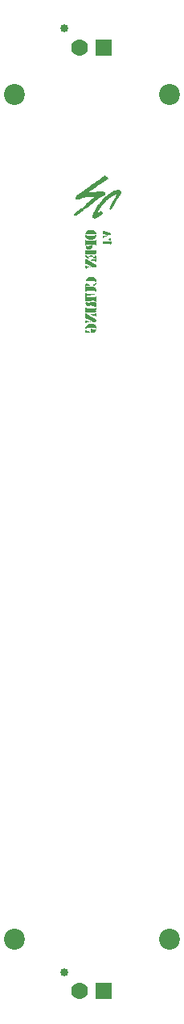
<source format=gbs>
G04*
G04 #@! TF.GenerationSoftware,Altium Limited,Altium Designer,20.1.14 (287)*
G04*
G04 Layer_Color=16711935*
%FSLAX44Y44*%
%MOMM*%
G71*
G04*
G04 #@! TF.SameCoordinates,F9CCF83C-BBFD-4EAF-9253-F7A08A0B78FC*
G04*
G04*
G04 #@! TF.FilePolarity,Negative*
G04*
G01*
G75*
%ADD22R,1.7750X1.7750*%
%ADD23C,1.7750*%
%ADD24C,0.8500*%
%ADD25C,2.2000*%
G36*
X785570Y1067300D02*
X785722D01*
X785875Y1067287D01*
X785986D01*
X786069Y1067273D01*
X786124D01*
X786138D01*
X786430Y1067245D01*
X786693Y1067203D01*
X786943Y1067176D01*
X787178Y1067120D01*
X787386Y1067079D01*
X787581Y1067037D01*
X787747Y1066995D01*
X787900Y1066940D01*
X788038Y1066898D01*
X788149Y1066857D01*
X788246Y1066815D01*
X788329Y1066787D01*
X788385Y1066760D01*
X788427Y1066732D01*
X788454Y1066718D01*
X788468D01*
X788718Y1066579D01*
X788954Y1066427D01*
X789189Y1066260D01*
X789397Y1066108D01*
X789564Y1065969D01*
X789703Y1065858D01*
X789758Y1065803D01*
X789799Y1065775D01*
X789813Y1065747D01*
X789827D01*
X789952Y1065622D01*
X790049Y1065511D01*
X790146Y1065414D01*
X790229Y1065317D01*
X790354Y1065151D01*
X790437Y1065012D01*
X790479Y1064915D01*
X790507Y1064832D01*
X790521Y1064790D01*
Y1064776D01*
X790535Y1064749D01*
X790548Y1064707D01*
X790618Y1064610D01*
X790701Y1064527D01*
X790715Y1064499D01*
X790729Y1064485D01*
X790784Y1064416D01*
X790840Y1064319D01*
X790937Y1064125D01*
X790978Y1064027D01*
X791006Y1063958D01*
X791034Y1063903D01*
Y1063889D01*
X791075Y1063722D01*
X791117Y1063556D01*
X791131Y1063390D01*
X791145Y1063237D01*
X791159Y1063112D01*
Y1062932D01*
X791131Y1062752D01*
X791075Y1062627D01*
X790992Y1062516D01*
X790909Y1062447D01*
X790826Y1062391D01*
X790757Y1062349D01*
X790701Y1062336D01*
X790687D01*
X790493Y1062308D01*
X790327Y1062336D01*
X790160Y1062363D01*
X790021Y1062419D01*
X789911Y1062488D01*
X789813Y1062544D01*
X789758Y1062585D01*
X789744Y1062599D01*
X789689Y1062641D01*
X789619Y1062682D01*
X789453Y1062752D01*
X789245Y1062807D01*
X789051Y1062863D01*
X788857Y1062904D01*
X788704Y1062918D01*
X788635Y1062932D01*
X788593Y1062946D01*
X788565D01*
X788551D01*
X788357Y1062960D01*
X788108Y1062987D01*
X787830Y1063001D01*
X787525Y1063015D01*
X787206Y1063029D01*
X786859Y1063043D01*
X786180Y1063071D01*
X785861Y1063084D01*
X785556Y1063098D01*
X785278D01*
X785029Y1063112D01*
X784821D01*
X784738Y1063126D01*
X784668D01*
X784613D01*
X784557D01*
X784543D01*
X784529D01*
X784086Y1063140D01*
X783684D01*
X783323Y1063154D01*
X783004D01*
X782727D01*
X782477D01*
X782269D01*
X782089D01*
X781936D01*
X781811D01*
X781714D01*
X781645D01*
X781589D01*
X781548D01*
X781520D01*
X781340Y1063126D01*
X781187Y1063098D01*
X781062Y1063057D01*
X780979Y1063015D01*
X780910Y1062987D01*
X780854Y1062946D01*
X780841Y1062932D01*
X780827Y1062918D01*
X780716Y1062793D01*
X780605Y1062710D01*
X780508Y1062627D01*
X780424Y1062571D01*
X780355Y1062530D01*
X780300Y1062502D01*
X780272Y1062488D01*
X780258D01*
X780133D01*
X780036Y1062516D01*
X779953Y1062571D01*
X779898Y1062654D01*
X779856Y1062738D01*
X779814Y1062849D01*
X779787Y1063098D01*
X779800Y1063348D01*
Y1063459D01*
X779814Y1063556D01*
X779828Y1063653D01*
X779842Y1063722D01*
X779856Y1063764D01*
Y1063778D01*
X779925Y1064027D01*
X780008Y1064277D01*
X780106Y1064513D01*
X780203Y1064721D01*
X780314Y1064929D01*
X780411Y1065109D01*
X780522Y1065276D01*
X780632Y1065428D01*
X780730Y1065567D01*
X780827Y1065692D01*
X780910Y1065803D01*
X780993Y1065886D01*
X781062Y1065955D01*
X781104Y1065997D01*
X781132Y1066025D01*
X781146Y1066038D01*
X781506Y1066330D01*
X781881Y1066579D01*
X782255Y1066774D01*
X782602Y1066926D01*
X782754Y1066995D01*
X782907Y1067037D01*
X783032Y1067079D01*
X783143Y1067120D01*
X783226Y1067148D01*
X783295Y1067162D01*
X783337Y1067176D01*
X783351D01*
X783808Y1067245D01*
X784280Y1067287D01*
X784751Y1067314D01*
X785181D01*
X785389D01*
X785570Y1067300D01*
D02*
G37*
G36*
X790618Y1061781D02*
X790701D01*
X790757Y1061767D01*
X790770D01*
X790909Y1061628D01*
X791006Y1061476D01*
X791062Y1061295D01*
X791089Y1061129D01*
X791103Y1060976D01*
Y1060852D01*
X791089Y1060768D01*
Y1060741D01*
X791034Y1060477D01*
X790951Y1060228D01*
X790854Y1060020D01*
X790757Y1059825D01*
X790673Y1059673D01*
X790590Y1059548D01*
X790535Y1059479D01*
X790521Y1059451D01*
X790313Y1059187D01*
X790105Y1058938D01*
X789911Y1058716D01*
X789716Y1058508D01*
X789522Y1058328D01*
X789342Y1058161D01*
X789175Y1058023D01*
X789009Y1057898D01*
X788870Y1057787D01*
X788732Y1057690D01*
X788621Y1057620D01*
X788524Y1057551D01*
X788440Y1057509D01*
X788385Y1057482D01*
X788343Y1057454D01*
X788329D01*
X788108Y1057357D01*
X787872Y1057274D01*
X787359Y1057149D01*
X786832Y1057052D01*
X786319Y1056996D01*
X786083Y1056969D01*
X785861Y1056955D01*
X785653Y1056941D01*
X785487D01*
X785334Y1056927D01*
X785237D01*
X785167D01*
X785140D01*
X784765D01*
X784405Y1056955D01*
X784072Y1056982D01*
X783767Y1057024D01*
X783475Y1057066D01*
X783226Y1057107D01*
X782990Y1057163D01*
X782768Y1057218D01*
X782588Y1057274D01*
X782421Y1057329D01*
X782283Y1057371D01*
X782172Y1057412D01*
X782075Y1057454D01*
X782019Y1057482D01*
X781978Y1057495D01*
X781964Y1057509D01*
X781756Y1057620D01*
X781562Y1057759D01*
X781368Y1057925D01*
X781187Y1058092D01*
X780841Y1058438D01*
X780549Y1058799D01*
X780411Y1058979D01*
X780300Y1059132D01*
X780203Y1059285D01*
X780119Y1059409D01*
X780050Y1059520D01*
X779995Y1059604D01*
X779967Y1059659D01*
X779953Y1059673D01*
X779814Y1059909D01*
X779717Y1060103D01*
X779634Y1060255D01*
X779592Y1060366D01*
X779565Y1060463D01*
X779537Y1060519D01*
Y1060560D01*
X779565Y1060685D01*
X779620Y1060768D01*
X779703Y1060838D01*
X779800Y1060879D01*
X779911Y1060907D01*
X779995Y1060921D01*
X780050D01*
X780062D01*
X780050Y1060935D01*
X780008Y1060990D01*
X779995Y1061018D01*
X779911Y1061143D01*
X779842Y1061254D01*
X779800Y1061351D01*
X779759Y1061434D01*
X779745Y1061490D01*
X779731Y1061531D01*
Y1061559D01*
X779745Y1061614D01*
X779759Y1061670D01*
X779842Y1061739D01*
X779953Y1061781D01*
X780078D01*
X780217D01*
X780327Y1061767D01*
X780411Y1061739D01*
X780424D01*
X780438D01*
X780535Y1061698D01*
X780632Y1061656D01*
X780702Y1061614D01*
X780757Y1061600D01*
X780841Y1061573D01*
X780868Y1061559D01*
X781035Y1061476D01*
X781160Y1061379D01*
X781257Y1061268D01*
X781312Y1061171D01*
X781354Y1061060D01*
X781368Y1060976D01*
X781381Y1060921D01*
Y1060907D01*
X781368Y1060810D01*
X781354Y1060727D01*
X781324Y1060668D01*
X781284Y1060658D01*
X781132Y1060630D01*
X781118D01*
X781062Y1060616D01*
X780993Y1060602D01*
X780910Y1060588D01*
X780841Y1060574D01*
X780771Y1060546D01*
X780730Y1060533D01*
X780716Y1060519D01*
X780702Y1060533D01*
X780674Y1060574D01*
X780632Y1060644D01*
X780563Y1060713D01*
X780480Y1060796D01*
X780369Y1060852D01*
X780230Y1060907D01*
X780078Y1060921D01*
X780062D01*
X780119Y1060852D01*
X780217Y1060741D01*
X780327Y1060644D01*
X780452Y1060533D01*
X780605Y1060450D01*
X780757Y1060394D01*
X780785D01*
X780854D01*
X780952Y1060408D01*
X781062Y1060436D01*
X781187Y1060491D01*
X781284Y1060588D01*
X781324Y1060668D01*
X781437Y1060699D01*
X781562Y1060741D01*
X781673Y1060768D01*
X781770Y1060810D01*
X781839Y1060838D01*
X781881Y1060852D01*
X781895Y1060865D01*
X781936Y1060879D01*
X782005Y1060907D01*
X782103Y1060921D01*
X782214Y1060935D01*
X782463Y1060963D01*
X782740Y1060976D01*
X783018Y1060990D01*
X783143D01*
X783254Y1061004D01*
X783337D01*
X783420D01*
X783462D01*
X783475D01*
X784127Y1061032D01*
X784433Y1061046D01*
X784724Y1061060D01*
X785015Y1061074D01*
X785278Y1061087D01*
X785514Y1061101D01*
X785750Y1061115D01*
X785958Y1061129D01*
X786138Y1061143D01*
X786291Y1061157D01*
X786430D01*
X786541Y1061171D01*
X786610Y1061184D01*
X786665D01*
X786679D01*
X786929Y1061198D01*
X787165Y1061226D01*
X787373Y1061240D01*
X787581Y1061268D01*
X787747Y1061282D01*
X787913Y1061309D01*
X788052Y1061323D01*
X788177Y1061337D01*
X788288Y1061351D01*
X788385Y1061365D01*
X788468Y1061379D01*
X788524Y1061393D01*
X788579D01*
X788607Y1061406D01*
X788635D01*
X788843Y1061448D01*
X789037Y1061490D01*
X789217Y1061531D01*
X789370Y1061559D01*
X789508Y1061587D01*
X789619Y1061614D01*
X789675Y1061628D01*
X789703D01*
X789869Y1061656D01*
X789994Y1061698D01*
X790091Y1061725D01*
X790160Y1061739D01*
X790216Y1061753D01*
X790243Y1061767D01*
X790257Y1061781D01*
X790285Y1061795D01*
X790354D01*
X790437D01*
X790535D01*
X790618Y1061781D01*
D02*
G37*
G36*
X790965Y1056663D02*
X791020Y1056649D01*
X791048D01*
X791131Y1056608D01*
X791200Y1056539D01*
X791311Y1056386D01*
X791380Y1056206D01*
X791408Y1056012D01*
X791422Y1055817D01*
X791408Y1055665D01*
Y1055595D01*
X791394Y1055554D01*
Y1055512D01*
X791339Y1055207D01*
X791297Y1054861D01*
X791256Y1054514D01*
X791228Y1054181D01*
X791214Y1054028D01*
Y1053876D01*
X791200Y1053751D01*
Y1053640D01*
X791186Y1053543D01*
Y1053182D01*
X791172Y1052974D01*
X791186Y1052780D01*
Y1052461D01*
X791200Y1052337D01*
X791214Y1052225D01*
Y1052128D01*
X791228Y1052045D01*
X791242Y1051990D01*
X791256Y1051893D01*
X791283Y1051851D01*
Y1051837D01*
X791311Y1051740D01*
X791339Y1051643D01*
Y1051477D01*
X791297Y1051324D01*
X791256Y1051185D01*
X791186Y1051088D01*
X791131Y1051005D01*
X791075Y1050964D01*
X791062Y1050950D01*
X790978Y1050894D01*
X790895Y1050839D01*
X790757Y1050783D01*
X790632Y1050755D01*
X790521Y1050769D01*
X790437Y1050783D01*
X790368Y1050811D01*
X790327Y1050839D01*
X790313Y1050853D01*
X790216Y1050964D01*
X790146Y1051088D01*
X790118Y1051227D01*
X790105Y1051352D01*
Y1051477D01*
X790118Y1051574D01*
X790132Y1051643D01*
Y1051671D01*
X790146Y1051782D01*
Y1051854D01*
X790105Y1051823D01*
X790021Y1051782D01*
X789938Y1051740D01*
X789744Y1051685D01*
X789522Y1051657D01*
X789314Y1051629D01*
X789134Y1051615D01*
X789064D01*
X789009D01*
X788981D01*
X788967D01*
X788773D01*
X788621Y1051629D01*
X788468Y1051657D01*
X788343Y1051685D01*
X788246Y1051726D01*
X788163Y1051768D01*
X788094Y1051809D01*
X788038Y1051851D01*
X787955Y1051934D01*
X787913Y1052018D01*
X787900Y1052073D01*
Y1052087D01*
X787913Y1052229D01*
X787775Y1052212D01*
X787511Y1052184D01*
X787248Y1052156D01*
X786956Y1052128D01*
X786360Y1052073D01*
X786069Y1052045D01*
X785792Y1052031D01*
X785542Y1052004D01*
X785320Y1051990D01*
X785126Y1051976D01*
X784987Y1051962D01*
X784932Y1051948D01*
X784890D01*
X784876D01*
X784862D01*
X784349Y1051907D01*
X783878Y1051879D01*
X783462Y1051851D01*
X783073Y1051823D01*
X782727Y1051796D01*
X782421Y1051782D01*
X782158Y1051768D01*
X781922Y1051754D01*
X781714Y1051740D01*
X781548D01*
X781409Y1051726D01*
X781284D01*
X781201D01*
X781146D01*
X781118D01*
X781104D01*
X779634D01*
X779578Y1054139D01*
Y1055485D01*
X779592Y1055609D01*
Y1055804D01*
X779606Y1055873D01*
Y1055942D01*
X779620Y1055984D01*
Y1056039D01*
X779648Y1056206D01*
X779703Y1056344D01*
X779773Y1056455D01*
X779828Y1056539D01*
X779898Y1056594D01*
X779953Y1056622D01*
X779995Y1056649D01*
X780008D01*
X780106Y1056663D01*
X780189Y1056677D01*
X780286Y1056663D01*
X780369Y1056636D01*
X780535Y1056566D01*
X780688Y1056469D01*
X780813Y1056372D01*
X780924Y1056275D01*
X780979Y1056206D01*
X781007Y1056178D01*
X781298Y1055776D01*
X789716D01*
X790188Y1056289D01*
X790257Y1056386D01*
X790327Y1056455D01*
X790396Y1056525D01*
X790479Y1056566D01*
X790618Y1056636D01*
X790757Y1056677D01*
X790867D01*
X790965Y1056663D01*
D02*
G37*
G36*
X780535Y1051421D02*
X780605Y1051393D01*
X780702Y1051338D01*
X780771Y1051255D01*
X780799Y1051185D01*
X780813Y1051130D01*
Y1051116D01*
X780799Y1050964D01*
X780757Y1050839D01*
X780702Y1050755D01*
X780646Y1050700D01*
X780591Y1050672D01*
X780535Y1050645D01*
X780494D01*
X780480D01*
X780466Y1050631D01*
X780452D01*
X780438D01*
X780327Y1050589D01*
X780286Y1050575D01*
X780272D01*
X780189Y1050561D01*
X780106Y1050547D01*
X780050Y1050534D01*
X780036D01*
X779939Y1050520D01*
X779828Y1050534D01*
X779745Y1050547D01*
X779731D01*
X779717D01*
X779648Y1050575D01*
X779606Y1050617D01*
X779551Y1050742D01*
X779537Y1050797D01*
X779523Y1050839D01*
Y1050894D01*
X779537Y1051005D01*
X779592Y1051116D01*
X779662Y1051199D01*
X779745Y1051269D01*
X779842Y1051338D01*
X779911Y1051379D01*
X779967Y1051393D01*
X779981Y1051407D01*
X780133Y1051435D01*
X780258Y1051449D01*
X780369D01*
X780466D01*
X780535Y1051421D01*
D02*
G37*
G36*
X786554Y1051504D02*
X786610Y1051490D01*
X786637D01*
X786721Y1051449D01*
X786790Y1051379D01*
X786901Y1051227D01*
X786984Y1051061D01*
X787040Y1050866D01*
X787067Y1050700D01*
X787095Y1050547D01*
Y1050409D01*
X787081Y1050076D01*
X787026Y1049757D01*
X786970Y1049452D01*
X786887Y1049188D01*
X786818Y1048953D01*
X786790Y1048869D01*
X786749Y1048786D01*
X786735Y1048717D01*
X786707Y1048675D01*
X786693Y1048648D01*
Y1048634D01*
X786527Y1048315D01*
X786346Y1048037D01*
X786166Y1047788D01*
X785986Y1047580D01*
X785833Y1047427D01*
X785708Y1047302D01*
X785625Y1047233D01*
X785611Y1047205D01*
X785597D01*
X785403Y1047053D01*
X785237Y1046942D01*
X785070Y1046858D01*
X784946Y1046789D01*
X784835Y1046748D01*
X784751Y1046706D01*
X784696Y1046692D01*
X784682D01*
X784599Y1046678D01*
X784516Y1046664D01*
X784308Y1046637D01*
X784072Y1046623D01*
X783836Y1046609D01*
X783628Y1046595D01*
X783545D01*
X783462D01*
X783392D01*
X783337D01*
X783309D01*
X783295D01*
X783073D01*
X782865Y1046609D01*
X782671Y1046623D01*
X782491Y1046650D01*
X782338Y1046678D01*
X782186Y1046706D01*
X782047Y1046734D01*
X781922Y1046761D01*
X781825Y1046789D01*
X781728Y1046817D01*
X781659Y1046845D01*
X781589Y1046872D01*
X781548Y1046900D01*
X781506Y1046914D01*
X781479Y1046928D01*
X781368Y1046997D01*
X781257Y1047080D01*
X781062Y1047274D01*
X780882Y1047496D01*
X780716Y1047718D01*
X780591Y1047926D01*
X780494Y1048093D01*
X780452Y1048162D01*
X780438Y1048217D01*
X780411Y1048245D01*
Y1048259D01*
X780272Y1048606D01*
X780175Y1048911D01*
X780106Y1049188D01*
X780050Y1049424D01*
X780036Y1049646D01*
Y1049826D01*
X780050Y1049979D01*
X780078Y1050104D01*
X780119Y1050215D01*
X780175Y1050312D01*
X780217Y1050381D01*
X780272Y1050423D01*
X780314Y1050464D01*
X780355Y1050492D01*
X780369Y1050506D01*
X780383D01*
X780563Y1050534D01*
X780743D01*
X780882Y1050492D01*
X781021Y1050436D01*
X781118Y1050367D01*
X781201Y1050298D01*
X781257Y1050256D01*
X781271Y1050242D01*
X781284D01*
X781326Y1050229D01*
X781395D01*
X781451D01*
X781520D01*
X781576D01*
X781617D01*
X781631D01*
X781700D01*
X781797Y1050242D01*
X781908D01*
X782033Y1050256D01*
X782311Y1050298D01*
X782602Y1050325D01*
X782879Y1050367D01*
X783004Y1050381D01*
X783115Y1050409D01*
X783212Y1050423D01*
X783281D01*
X783323Y1050436D01*
X783337D01*
X783587Y1050478D01*
X783808Y1050506D01*
X784016Y1050534D01*
X784197Y1050575D01*
X784363Y1050603D01*
X784502Y1050631D01*
X784627Y1050658D01*
X784738Y1050672D01*
X784835Y1050700D01*
X784918Y1050714D01*
X784973Y1050728D01*
X785029Y1050742D01*
X785098Y1050769D01*
X785112D01*
X785251Y1050825D01*
X785376Y1050880D01*
X785473Y1050936D01*
X785556Y1050977D01*
X785611Y1051033D01*
X785653Y1051061D01*
X785681Y1051088D01*
X785695Y1051102D01*
X785778Y1051199D01*
X785875Y1051283D01*
X785958Y1051352D01*
X786041Y1051407D01*
X786194Y1051477D01*
X786346Y1051518D01*
X786457D01*
X786554Y1051504D01*
D02*
G37*
G36*
X780480Y1046331D02*
X780646Y1046248D01*
X780799Y1046165D01*
X780938Y1046068D01*
X781049Y1045985D01*
X781118Y1045929D01*
X781132Y1045901D01*
X781146D01*
X781548Y1045499D01*
X785639Y1045569D01*
X786013D01*
X786360Y1045583D01*
X786693D01*
X787012Y1045596D01*
X787289D01*
X787567Y1045610D01*
X787816Y1045624D01*
X788052D01*
X788260Y1045638D01*
X788454D01*
X788635Y1045652D01*
X788801Y1045666D01*
X788954D01*
X789092Y1045680D01*
X789328Y1045694D01*
X789508Y1045721D01*
X789661Y1045735D01*
X789758Y1045749D01*
X789827Y1045763D01*
X789883Y1045777D01*
X789911D01*
X789924Y1045791D01*
X790105Y1045901D01*
X790271Y1045971D01*
X790410Y1045999D01*
X790548Y1045985D01*
X790659Y1045957D01*
X790757Y1045901D01*
X790840Y1045818D01*
X790909Y1045735D01*
X791006Y1045527D01*
X791075Y1045333D01*
X791089Y1045264D01*
X791103Y1045194D01*
X791117Y1045153D01*
Y1045139D01*
X791131Y1044945D01*
X791145Y1044764D01*
X791159Y1044612D01*
Y1044334D01*
X791145Y1044223D01*
Y1044112D01*
X791131Y1044029D01*
X791103Y1043891D01*
X791089Y1043807D01*
X791062Y1043752D01*
Y1043738D01*
X791034Y1043669D01*
X791006Y1043572D01*
X790965Y1043350D01*
X790951Y1043253D01*
X790937Y1043169D01*
X790923Y1043114D01*
Y1043086D01*
X790881Y1042712D01*
X790854Y1042532D01*
X790826Y1042379D01*
X790812Y1042254D01*
X790798Y1042143D01*
X790784Y1042088D01*
Y1042060D01*
X790743Y1041880D01*
X790673Y1041755D01*
X790604Y1041658D01*
X790521Y1041602D01*
X790451Y1041561D01*
X790382Y1041547D01*
X790340Y1041533D01*
X790327D01*
X790229D01*
X790160Y1041561D01*
X790049Y1041630D01*
X789966Y1041741D01*
X789938Y1041852D01*
X789924Y1041977D01*
Y1042088D01*
X789938Y1042157D01*
X789911Y1042143D01*
X789841Y1042129D01*
X789758D01*
X789730D01*
X789716D01*
X789522Y1042143D01*
X789356Y1042129D01*
X789231Y1042102D01*
X789134Y1042074D01*
X789064Y1042046D01*
X789009Y1042004D01*
X788995Y1041991D01*
X788981Y1041977D01*
X788898Y1041880D01*
X788815Y1041810D01*
X788745Y1041755D01*
X788690Y1041713D01*
X788607Y1041672D01*
X788593D01*
X788579D01*
X788454D01*
X788371Y1041685D01*
X788302Y1041699D01*
X788288Y1041713D01*
X788177Y1041755D01*
X788052Y1041783D01*
X787983Y1041796D01*
X787941Y1041810D01*
X787913Y1041824D01*
X787900D01*
X787678Y1041838D01*
X787470Y1041852D01*
X787373Y1041838D01*
X787303D01*
X787248D01*
X787234D01*
X786582Y1041796D01*
X785986Y1041769D01*
X785417Y1041741D01*
X784876Y1041713D01*
X784377Y1041685D01*
X783919Y1041672D01*
X783489Y1041658D01*
X783087D01*
X782713Y1041644D01*
X782366D01*
X782061D01*
X781770D01*
X781520Y1041658D01*
X781284D01*
X781062Y1041672D01*
X780868D01*
X780702Y1041685D01*
X780549Y1041699D01*
X780424Y1041713D01*
X780314Y1041727D01*
X780217Y1041741D01*
X780119Y1041755D01*
X779995Y1041783D01*
X779911Y1041810D01*
X779870Y1041838D01*
X779842Y1041852D01*
X779814Y1041921D01*
X779800Y1042004D01*
X779773Y1042115D01*
X779759Y1042240D01*
X779717Y1042532D01*
X779689Y1042850D01*
X779662Y1043156D01*
Y1043294D01*
X779648Y1043405D01*
Y1043516D01*
X779634Y1043586D01*
Y1043655D01*
X779620Y1043932D01*
X779606Y1044168D01*
Y1044390D01*
X779592Y1044598D01*
Y1045055D01*
X779606Y1045166D01*
Y1045347D01*
X779620Y1045416D01*
Y1045458D01*
X779634Y1045527D01*
Y1045541D01*
X779676Y1045680D01*
X779717Y1045791D01*
X779759Y1045901D01*
X779814Y1045985D01*
X779898Y1046137D01*
X779995Y1046234D01*
X780064Y1046304D01*
X780133Y1046345D01*
X780175Y1046373D01*
X780189D01*
X780258D01*
X780327D01*
X780480Y1046331D01*
D02*
G37*
G36*
X785736Y1040507D02*
X785819D01*
X785916Y1040479D01*
X785986Y1040437D01*
X786013Y1040424D01*
X786027Y1040410D01*
X786055Y1040396D01*
X786111D01*
X786180Y1040382D01*
X786277D01*
X786360D01*
X786443D01*
X786499D01*
X786513D01*
X786735Y1040368D01*
X786943Y1040326D01*
X787109Y1040271D01*
X787262Y1040202D01*
X787386Y1040132D01*
X787484Y1040077D01*
X787539Y1040035D01*
X787553Y1040021D01*
X787622Y1039952D01*
X787678Y1039883D01*
X787747Y1039730D01*
X787789Y1039577D01*
Y1039453D01*
X787775Y1039328D01*
X787747Y1039245D01*
X787733Y1039189D01*
X787719Y1039162D01*
X787664Y1039106D01*
X787567Y1039064D01*
X787428Y1039037D01*
X787275Y1038995D01*
X787095Y1038967D01*
X786901Y1038953D01*
X786485Y1038912D01*
X786277D01*
X786083Y1038898D01*
X785902D01*
X785736Y1038884D01*
X785597D01*
X785500D01*
X785431D01*
X785403D01*
X785029D01*
X784696Y1038898D01*
X784405Y1038912D01*
X784155Y1038926D01*
X783933Y1038953D01*
X783753Y1038981D01*
X783587Y1039009D01*
X783462Y1039023D01*
X783365Y1039051D01*
X783281Y1039078D01*
X783212Y1039106D01*
X783170Y1039134D01*
X783143Y1039148D01*
X783129Y1039162D01*
X783115Y1039175D01*
X783073Y1039328D01*
X783059Y1039467D01*
X783087Y1039577D01*
X783129Y1039688D01*
X783184Y1039758D01*
X783226Y1039827D01*
X783268Y1039855D01*
X783281Y1039869D01*
X783365Y1039910D01*
X783462Y1039966D01*
X783684Y1040049D01*
X783933Y1040146D01*
X784183Y1040229D01*
X784405Y1040299D01*
X784516Y1040326D01*
X784599Y1040354D01*
X784668Y1040368D01*
X784738Y1040382D01*
X784765Y1040396D01*
X784779D01*
X784973Y1040437D01*
X785154Y1040465D01*
X785306Y1040493D01*
X785431Y1040507D01*
X785556Y1040521D01*
X785653D01*
X785736Y1040507D01*
D02*
G37*
G36*
X790424Y1041131D02*
X790548Y1041075D01*
X790632Y1040992D01*
X790687Y1040909D01*
X790715Y1040826D01*
X790729Y1040742D01*
X790743Y1040687D01*
Y1040673D01*
X790729Y1040521D01*
X790673Y1040396D01*
X790590Y1040312D01*
X790632D01*
X790715D01*
X790770Y1040299D01*
X790812Y1040285D01*
X790826D01*
X790937Y1040243D01*
X791034Y1040174D01*
X791103Y1040105D01*
X791159Y1040035D01*
X791200Y1039966D01*
X791228Y1039910D01*
X791242Y1039869D01*
Y1039855D01*
X791256Y1039702D01*
X791270Y1039536D01*
Y1038898D01*
X791256Y1038842D01*
Y1038773D01*
X791186Y1037442D01*
X789411D01*
X789231D01*
X789078D01*
X788926Y1037456D01*
X788801D01*
X788690Y1037469D01*
X788621D01*
X788565Y1037483D01*
X788551D01*
X788302Y1037525D01*
X788108Y1037580D01*
X787955Y1037636D01*
X787844Y1037719D01*
X787747Y1037802D01*
X787705Y1037886D01*
X787664Y1037983D01*
Y1038163D01*
X787691Y1038246D01*
X787747Y1038399D01*
X787789Y1038454D01*
X787816Y1038496D01*
X787830Y1038523D01*
X787844Y1038537D01*
X788066Y1038690D01*
X788163Y1038745D01*
X788246Y1038801D01*
X788316Y1038842D01*
X788371Y1038870D01*
X788413Y1038898D01*
X788427D01*
X788635Y1039009D01*
X788829Y1039106D01*
X788995Y1039203D01*
X789134Y1039300D01*
X789245Y1039370D01*
X789328Y1039425D01*
X789383Y1039467D01*
X789397Y1039480D01*
X789536Y1039591D01*
X789647Y1039675D01*
X789730Y1039758D01*
X789799Y1039827D01*
X789855Y1039883D01*
X789897Y1039924D01*
X789911Y1039952D01*
X789924Y1039966D01*
X790035Y1040091D01*
X790160Y1040188D01*
X790192Y1040209D01*
X790118Y1040216D01*
X789994Y1040271D01*
X789911Y1040354D01*
X789855Y1040437D01*
X789827Y1040521D01*
X789799Y1040604D01*
Y1040673D01*
X789813Y1040826D01*
X789869Y1040950D01*
X789952Y1041034D01*
X790035Y1041089D01*
X790118Y1041117D01*
X790202Y1041131D01*
X790257Y1041145D01*
X790271D01*
X790424Y1041131D01*
D02*
G37*
G36*
X780438Y1041270D02*
X780549Y1041242D01*
X780660Y1041186D01*
X780757Y1041117D01*
X780854Y1041034D01*
X781007Y1040853D01*
X781132Y1040687D01*
X781173Y1040618D01*
X781201Y1040576D01*
X781215Y1040534D01*
X781229Y1040521D01*
X781354Y1040285D01*
X781479Y1040091D01*
X781603Y1039910D01*
X781700Y1039758D01*
X781797Y1039647D01*
X781867Y1039564D01*
X781922Y1039508D01*
X781936Y1039494D01*
X782075Y1039370D01*
X782200Y1039259D01*
X782325Y1039162D01*
X782435Y1039092D01*
X782519Y1039037D01*
X782588Y1038995D01*
X782630Y1038967D01*
X782643D01*
X782879Y1038829D01*
X782976Y1038773D01*
X783073Y1038704D01*
X783157Y1038648D01*
X783212Y1038607D01*
X783254Y1038579D01*
X783268Y1038565D01*
X783365Y1038468D01*
X783448Y1038371D01*
X783503Y1038288D01*
X783531Y1038191D01*
X783559Y1038108D01*
X783573Y1038052D01*
Y1037997D01*
X783559Y1037899D01*
X783545Y1037816D01*
X783462Y1037678D01*
X783351Y1037567D01*
X783212Y1037497D01*
X783087Y1037456D01*
X782976Y1037428D01*
X782893Y1037414D01*
X782879D01*
X782865D01*
X782602D01*
X782366Y1037428D01*
X782130Y1037456D01*
X781936Y1037497D01*
X781784Y1037539D01*
X781659Y1037567D01*
X781576Y1037594D01*
X781548Y1037608D01*
X781298Y1037678D01*
X781090Y1037761D01*
X780924Y1037830D01*
X780785Y1037899D01*
X780688Y1037955D01*
X780632Y1037997D01*
X780591Y1038024D01*
X780577Y1038038D01*
X780494Y1038135D01*
X780411Y1038246D01*
X780286Y1038496D01*
X780230Y1038621D01*
X780203Y1038718D01*
X780175Y1038773D01*
Y1038801D01*
X780119Y1038981D01*
X780078Y1039120D01*
X780036Y1039245D01*
X779995Y1039328D01*
X779967Y1039383D01*
X779939Y1039425D01*
X779925Y1039453D01*
X779856Y1039550D01*
X779800Y1039675D01*
X779759Y1039799D01*
X779731Y1039938D01*
X779717Y1040063D01*
X779703Y1040174D01*
Y1040271D01*
X779717Y1040479D01*
X779731Y1040659D01*
X779773Y1040812D01*
X779800Y1040937D01*
X779842Y1041034D01*
X779884Y1041089D01*
X779898Y1041131D01*
X779911Y1041145D01*
X780050Y1041228D01*
X780189Y1041270D01*
X780314Y1041283D01*
X780438Y1041270D01*
D02*
G37*
G36*
X790978Y1037178D02*
X790992D01*
X791048Y1037123D01*
X791103Y1037040D01*
X791145Y1036929D01*
X791186Y1036804D01*
X791214Y1036665D01*
X791242Y1036513D01*
X791283Y1036208D01*
X791297Y1035902D01*
X791311Y1035764D01*
Y1035403D01*
X791297Y1035126D01*
X791283Y1034876D01*
X791270Y1034654D01*
X791242Y1034474D01*
X791228Y1034307D01*
X791186Y1034155D01*
X791159Y1034044D01*
X791131Y1033947D01*
X791103Y1033864D01*
X791075Y1033794D01*
X791048Y1033739D01*
X791020Y1033711D01*
X790992Y1033670D01*
X790978Y1033656D01*
X790895Y1033628D01*
X790826Y1033614D01*
X790659Y1033642D01*
X790507Y1033697D01*
X790368Y1033781D01*
X790243Y1033878D01*
X790146Y1033961D01*
X790091Y1034016D01*
X790063Y1034044D01*
X789827Y1034211D01*
X789578Y1034349D01*
X789286Y1034474D01*
X788981Y1034571D01*
X788676Y1034668D01*
X788357Y1034737D01*
X788038Y1034793D01*
X787733Y1034835D01*
X787428Y1034862D01*
X787151Y1034890D01*
X786901Y1034904D01*
X786679Y1034918D01*
X786499D01*
X786360D01*
X786319D01*
X786277D01*
X786263D01*
X786249D01*
X786111Y1034904D01*
X786000D01*
X785792D01*
X785653Y1034890D01*
X785542D01*
X785459D01*
X785417Y1034904D01*
X785389D01*
X785320Y1034946D01*
X785278Y1035001D01*
X785237Y1035070D01*
X785223Y1035126D01*
Y1035278D01*
X785251Y1035417D01*
X785292Y1035556D01*
X785348Y1035667D01*
X785389Y1035736D01*
X785403Y1035750D01*
Y1035764D01*
X785487Y1035833D01*
X785583Y1035889D01*
X785708Y1035930D01*
X785861Y1035986D01*
X786180Y1036041D01*
X786527Y1036097D01*
X786846Y1036124D01*
X786998D01*
X787123Y1036138D01*
X787234D01*
X787317D01*
X787373D01*
X787386D01*
X787678D01*
X787927D01*
X788163D01*
X788357D01*
X788524D01*
X788676D01*
X788801D01*
X788898D01*
X788981D01*
X789051D01*
X789106D01*
X789134D01*
X789175D01*
X789189D01*
X789203Y1036152D01*
X789231Y1036166D01*
X789328Y1036235D01*
X789453Y1036332D01*
X789592Y1036443D01*
X789730Y1036554D01*
X789855Y1036637D01*
X789938Y1036707D01*
X789952Y1036721D01*
X789966Y1036734D01*
X790091Y1036832D01*
X790216Y1036915D01*
X790424Y1037040D01*
X790604Y1037123D01*
X790743Y1037164D01*
X790854Y1037192D01*
X790937D01*
X790978Y1037178D01*
D02*
G37*
G36*
X785084Y1028899D02*
X785195Y1028843D01*
X785278Y1028774D01*
X785334Y1028677D01*
X785362Y1028594D01*
X785376Y1028524D01*
X785389Y1028469D01*
Y1028455D01*
X785362Y1028316D01*
X785306Y1028205D01*
X785223Y1028136D01*
X785126Y1028094D01*
X785043Y1028081D01*
X784959D01*
X784904D01*
X784876D01*
X784738Y1028136D01*
X784641Y1028205D01*
X784557Y1028289D01*
X784516Y1028372D01*
X784488Y1028441D01*
X784460Y1028497D01*
Y1028552D01*
X784474Y1028677D01*
X784529Y1028760D01*
X784613Y1028829D01*
X784696Y1028871D01*
X784779Y1028899D01*
X784862Y1028913D01*
X784918D01*
X784932D01*
X785084Y1028899D01*
D02*
G37*
G36*
X780383Y1036929D02*
X780508Y1036901D01*
X780646Y1036859D01*
X780771Y1036804D01*
X781007Y1036679D01*
X781104Y1036610D01*
X781201Y1036554D01*
X781271Y1036499D01*
X781326Y1036457D01*
X781368Y1036429D01*
X781381Y1036415D01*
X781631Y1036180D01*
X781867Y1035986D01*
X782089Y1035819D01*
X782297Y1035680D01*
X782463Y1035570D01*
X782602Y1035486D01*
X782685Y1035445D01*
X782699Y1035431D01*
X782713D01*
X782962Y1035306D01*
X783226Y1035167D01*
X783475Y1035015D01*
X783725Y1034876D01*
X783933Y1034751D01*
X784016Y1034696D01*
X784100Y1034654D01*
X784169Y1034613D01*
X784211Y1034585D01*
X784238Y1034557D01*
X784252D01*
X784599Y1034349D01*
X784932Y1034127D01*
X785278Y1033933D01*
X785583Y1033753D01*
X785722Y1033670D01*
X785847Y1033600D01*
X785958Y1033531D01*
X786055Y1033475D01*
X786138Y1033434D01*
X786194Y1033406D01*
X786235Y1033378D01*
X786249D01*
X786332Y1033337D01*
X786443Y1033267D01*
X786568Y1033198D01*
X786693Y1033129D01*
X786984Y1032962D01*
X787275Y1032796D01*
X787539Y1032643D01*
X787664Y1032574D01*
X787775Y1032518D01*
X787858Y1032463D01*
X787927Y1032421D01*
X787969Y1032408D01*
X787983Y1032394D01*
X788219Y1032255D01*
X788440Y1032130D01*
X788635Y1032019D01*
X788815Y1031908D01*
X788981Y1031811D01*
X789134Y1031728D01*
X789259Y1031645D01*
X789383Y1031575D01*
X789481Y1031520D01*
X789564Y1031478D01*
X789633Y1031437D01*
X789689Y1031395D01*
X789758Y1031354D01*
X789786Y1031340D01*
X791311Y1030480D01*
X791256Y1029315D01*
X791242Y1029079D01*
X791214Y1028871D01*
X791186Y1028705D01*
X791159Y1028580D01*
X791131Y1028483D01*
X791117Y1028427D01*
X791089Y1028386D01*
Y1028372D01*
X791020Y1028275D01*
X790909Y1028192D01*
X790798Y1028122D01*
X790673Y1028067D01*
X790548Y1028011D01*
X790451Y1027983D01*
X790382Y1027956D01*
X790354D01*
X790132Y1027914D01*
X789938D01*
X789772Y1027928D01*
X789647Y1027956D01*
X789550Y1027997D01*
X789494Y1028025D01*
X789453Y1028053D01*
X789439Y1028067D01*
X789425D01*
X789383D01*
X789342D01*
X789273D01*
X789106Y1028053D01*
X788912Y1028025D01*
X788718Y1028011D01*
X788565Y1027983D01*
X788496D01*
X788440Y1027970D01*
X788413D01*
X788399D01*
X788038Y1027942D01*
X787705D01*
X787414Y1027956D01*
X787178Y1027997D01*
X786984Y1028025D01*
X786846Y1028067D01*
X786804Y1028081D01*
X786762Y1028094D01*
X786749Y1028108D01*
X786735D01*
X786596Y1028178D01*
X786485Y1028261D01*
X786388Y1028330D01*
X786305Y1028400D01*
X786235Y1028455D01*
X786166Y1028524D01*
X786083Y1028622D01*
X786041Y1028705D01*
X786013Y1028774D01*
Y1028829D01*
X786041Y1028885D01*
X786083Y1028927D01*
X786208Y1028982D01*
X786346Y1029024D01*
X786513Y1029037D01*
X786536D01*
X786499Y1029051D01*
X786402Y1029079D01*
X786332Y1029093D01*
X786305Y1029107D01*
X786083Y1029176D01*
X785861Y1029246D01*
X785667Y1029329D01*
X785500Y1029398D01*
X785362Y1029467D01*
X785251Y1029523D01*
X785181Y1029565D01*
X785154Y1029578D01*
X785112Y1029606D01*
X785029Y1029634D01*
X784932Y1029689D01*
X784807Y1029745D01*
X784668Y1029814D01*
X784516Y1029897D01*
X784183Y1030050D01*
X783864Y1030202D01*
X783725Y1030272D01*
X783587Y1030327D01*
X783475Y1030383D01*
X783392Y1030424D01*
X783337Y1030438D01*
X783323Y1030452D01*
X783018Y1030591D01*
X782754Y1030702D01*
X782519Y1030813D01*
X782311Y1030896D01*
X782144Y1030979D01*
X781992Y1031035D01*
X781867Y1031090D01*
X781756Y1031132D01*
X781673Y1031159D01*
X781617Y1031187D01*
X781562Y1031201D01*
X781520Y1031215D01*
X781492Y1031229D01*
X781479D01*
X781340Y1031256D01*
X781187Y1031312D01*
X781021Y1031395D01*
X780868Y1031478D01*
X780716Y1031575D01*
X780605Y1031659D01*
X780522Y1031714D01*
X780508Y1031742D01*
X780494D01*
X779703Y1032338D01*
Y1035154D01*
X779717Y1035403D01*
X779731Y1035625D01*
X779745Y1035833D01*
X779759Y1036000D01*
X779773Y1036152D01*
X779787Y1036291D01*
X779800Y1036402D01*
X779814Y1036499D01*
X779828Y1036568D01*
X779842Y1036624D01*
X779856Y1036665D01*
Y1036693D01*
X779870Y1036721D01*
X779953Y1036818D01*
X780036Y1036887D01*
X780147Y1036929D01*
X780258Y1036943D01*
X780383Y1036929D01*
D02*
G37*
G36*
X781201Y1029648D02*
X781381Y1029467D01*
X781534Y1029329D01*
X781659Y1029218D01*
X781770Y1029148D01*
X781853Y1029079D01*
X781908Y1029051D01*
X781936Y1029024D01*
X781950D01*
X782047Y1028982D01*
X782158Y1028954D01*
X782408Y1028927D01*
X782519Y1028913D01*
X782616D01*
X782671D01*
X782699D01*
X782907D01*
X783087Y1028885D01*
X783240Y1028857D01*
X783379Y1028829D01*
X783489Y1028788D01*
X783573Y1028732D01*
X783656Y1028691D01*
X783711Y1028635D01*
X783808Y1028538D01*
X783850Y1028441D01*
X783864Y1028386D01*
Y1028358D01*
X783850Y1028261D01*
X783822Y1028164D01*
X783767Y1028094D01*
X783697Y1028025D01*
X783531Y1027928D01*
X783337Y1027859D01*
X783143Y1027817D01*
X782976Y1027803D01*
X782907Y1027789D01*
X782851D01*
X782824D01*
X782810D01*
X782588Y1027775D01*
X782380Y1027762D01*
X782200Y1027720D01*
X782047Y1027678D01*
X781908Y1027651D01*
X781825Y1027609D01*
X781756Y1027595D01*
X781742Y1027581D01*
X781576Y1027498D01*
X781451Y1027415D01*
X781326Y1027332D01*
X781243Y1027249D01*
X781160Y1027193D01*
X781118Y1027138D01*
X781090Y1027110D01*
X781076Y1027096D01*
X780910Y1026902D01*
X780757Y1026749D01*
X780702Y1026694D01*
X780646Y1026652D01*
X780619Y1026638D01*
X780605Y1026624D01*
X780494Y1026569D01*
X780397Y1026541D01*
X780286D01*
X780189Y1026555D01*
X780119Y1026583D01*
X780050Y1026611D01*
X780008Y1026624D01*
X779995Y1026638D01*
X779953Y1026708D01*
X779911Y1026791D01*
X779870Y1026888D01*
X779842Y1026999D01*
X779787Y1027249D01*
X779745Y1027512D01*
X779703Y1027762D01*
Y1027873D01*
X779689Y1027983D01*
Y1028067D01*
X779676Y1028122D01*
Y1028178D01*
X779662Y1028400D01*
X779648Y1028608D01*
Y1029093D01*
X779662Y1029232D01*
X779676Y1029343D01*
Y1029440D01*
X779689Y1029537D01*
X779703Y1029606D01*
X779717Y1029703D01*
X779745Y1029773D01*
Y1029786D01*
X780078Y1030535D01*
X781201Y1029648D01*
D02*
G37*
G36*
X786124Y1017957D02*
X786319D01*
X786485Y1017943D01*
X786637D01*
X786762Y1017929D01*
X786873Y1017915D01*
X786943D01*
X786998Y1017901D01*
X787012D01*
X787248Y1017874D01*
X787470Y1017832D01*
X787678Y1017790D01*
X787872Y1017749D01*
X788052Y1017707D01*
X788205Y1017665D01*
X788357Y1017624D01*
X788496Y1017582D01*
X788607Y1017541D01*
X788718Y1017513D01*
X788801Y1017471D01*
X788884Y1017444D01*
X788940Y1017416D01*
X788981Y1017402D01*
X788995Y1017388D01*
X789009D01*
X789273Y1017235D01*
X789536Y1017069D01*
X789786Y1016889D01*
X790008Y1016709D01*
X790202Y1016542D01*
X790354Y1016403D01*
X790410Y1016348D01*
X790451Y1016306D01*
X790465Y1016292D01*
X790479Y1016279D01*
X790687Y1016043D01*
X790854Y1015835D01*
X791006Y1015641D01*
X791117Y1015460D01*
X791200Y1015322D01*
X791270Y1015211D01*
X791297Y1015141D01*
X791311Y1015114D01*
X791394Y1014892D01*
X791450Y1014656D01*
X791491Y1014406D01*
X791519Y1014184D01*
X791533Y1013977D01*
X791547Y1013824D01*
Y1013519D01*
X791533Y1013380D01*
X791519Y1013255D01*
X791478Y1013144D01*
X791408Y1012978D01*
X791325Y1012839D01*
X791228Y1012756D01*
X791159Y1012701D01*
X791103Y1012673D01*
X791075Y1012659D01*
X790978Y1012631D01*
X790895D01*
X790715Y1012645D01*
X790562Y1012701D01*
X790424Y1012784D01*
X790313Y1012867D01*
X790229Y1012936D01*
X790174Y1012992D01*
X790160Y1013019D01*
X790008Y1013130D01*
X789869Y1013228D01*
X789730Y1013311D01*
X789592Y1013366D01*
X789494Y1013408D01*
X789397Y1013436D01*
X789342Y1013449D01*
X789328D01*
X789231Y1013463D01*
X789092Y1013477D01*
X788926Y1013491D01*
X788745Y1013505D01*
X788551Y1013519D01*
X788343D01*
X787913Y1013547D01*
X787705Y1013560D01*
X787497D01*
X787317Y1013574D01*
X787151D01*
X787026D01*
X786915Y1013588D01*
X786859D01*
X786832D01*
X786319Y1013616D01*
X785819Y1013630D01*
X785348Y1013658D01*
X784904Y1013671D01*
X784488Y1013685D01*
X784100Y1013699D01*
X783739D01*
X783406Y1013713D01*
X783115D01*
X782865D01*
X782643Y1013727D01*
X782449D01*
X782311D01*
X782200D01*
X782144D01*
X782116D01*
X781784D01*
X781492Y1013741D01*
X781229Y1013768D01*
X780993Y1013796D01*
X780799Y1013838D01*
X780632Y1013879D01*
X780494Y1013921D01*
X780383Y1013963D01*
X780286Y1014004D01*
X780217Y1014046D01*
X780161Y1014087D01*
X780119Y1014129D01*
X780078Y1014184D01*
X780064Y1014198D01*
X780008Y1014351D01*
X779995Y1014462D01*
X780008Y1014545D01*
X780036Y1014601D01*
X780064Y1014628D01*
X780092Y1014642D01*
X780119Y1014656D01*
X780133D01*
X780189Y1014670D01*
X780230Y1014698D01*
X780300Y1014739D01*
X780355Y1014795D01*
X780480Y1014933D01*
X780605Y1015086D01*
X780716Y1015238D01*
X780799Y1015377D01*
X780841Y1015433D01*
X780854Y1015474D01*
X780882Y1015502D01*
Y1015516D01*
X781104Y1015876D01*
X781326Y1016181D01*
X781562Y1016445D01*
X781770Y1016667D01*
X781950Y1016833D01*
X782103Y1016958D01*
X782158Y1017000D01*
X782186Y1017028D01*
X782214Y1017055D01*
X782227D01*
X782533Y1017235D01*
X782865Y1017388D01*
X783198Y1017513D01*
X783517Y1017624D01*
X783656Y1017665D01*
X783794Y1017707D01*
X783919Y1017735D01*
X784016Y1017763D01*
X784100Y1017776D01*
X784169Y1017790D01*
X784211Y1017804D01*
X784224D01*
X784738Y1017887D01*
X785237Y1017943D01*
X785708Y1017957D01*
X785916Y1017971D01*
X786124Y1017957D01*
D02*
G37*
G36*
X791145Y1011660D02*
X791214Y1011619D01*
X791270Y1011550D01*
X791311Y1011494D01*
X791339Y1011439D01*
X791367Y1011397D01*
Y1011383D01*
X791380Y1011300D01*
X791394Y1011203D01*
X791380Y1011092D01*
X791353Y1010995D01*
X791270Y1010773D01*
X791172Y1010551D01*
X791062Y1010371D01*
X790965Y1010204D01*
X790923Y1010149D01*
X790895Y1010107D01*
X790867Y1010079D01*
Y1010066D01*
X790632Y1009761D01*
X790396Y1009511D01*
X790174Y1009303D01*
X789980Y1009150D01*
X789827Y1009025D01*
X789703Y1008942D01*
X789619Y1008901D01*
X789592Y1008887D01*
X789397Y1008790D01*
X789203Y1008734D01*
X789009Y1008679D01*
X788843Y1008651D01*
X788704Y1008637D01*
X788593D01*
X788524D01*
X788496D01*
X788302Y1008665D01*
X788149Y1008720D01*
X788010Y1008790D01*
X787927Y1008873D01*
X787858Y1008956D01*
X787803Y1009025D01*
X787789Y1009081D01*
X787775Y1009095D01*
X787761Y1009233D01*
X787775Y1009372D01*
X787816Y1009483D01*
X787872Y1009580D01*
X787941Y1009650D01*
X788010Y1009719D01*
X788052Y1009747D01*
X788066Y1009761D01*
X788219Y1009857D01*
X788385Y1009968D01*
X788565Y1010079D01*
X788732Y1010176D01*
X788884Y1010260D01*
X788995Y1010329D01*
X789078Y1010385D01*
X789092Y1010398D01*
X789106D01*
X789342Y1010537D01*
X789550Y1010676D01*
X789730Y1010815D01*
X789897Y1010939D01*
X790021Y1011050D01*
X790118Y1011133D01*
X790174Y1011189D01*
X790202Y1011203D01*
X790368Y1011341D01*
X790507Y1011466D01*
X790646Y1011550D01*
X790757Y1011605D01*
X790840Y1011647D01*
X790909Y1011674D01*
X790951Y1011688D01*
X790965D01*
X791062D01*
X791145Y1011660D01*
D02*
G37*
G36*
X780743Y1011161D02*
X780952Y1011092D01*
X781146Y1011009D01*
X781298Y1010925D01*
X781368Y1010884D01*
X781409Y1010856D01*
X781437Y1010828D01*
X781451D01*
X781506Y1010787D01*
X781589Y1010745D01*
X781686Y1010690D01*
X781797Y1010648D01*
X782033Y1010551D01*
X782269Y1010468D01*
X782505Y1010385D01*
X782616Y1010357D01*
X782713Y1010329D01*
X782782Y1010301D01*
X782838Y1010287D01*
X782879Y1010274D01*
X782893D01*
X783059Y1010232D01*
X783198Y1010190D01*
X783323Y1010163D01*
X783420Y1010135D01*
X783489Y1010107D01*
X783531Y1010093D01*
X783559Y1010079D01*
X783573D01*
X783794Y1009982D01*
X783975Y1009899D01*
X784127Y1009788D01*
X784238Y1009691D01*
X784322Y1009594D01*
X784377Y1009497D01*
X784419Y1009400D01*
X784433Y1009317D01*
Y1009150D01*
X784391Y1009012D01*
X784349Y1008928D01*
X784322Y1008914D01*
Y1008901D01*
X784224Y1008845D01*
X784100Y1008790D01*
X783933Y1008748D01*
X783753Y1008720D01*
X783559Y1008693D01*
X783351Y1008665D01*
X782935Y1008637D01*
X782727Y1008623D01*
X782519D01*
X782338D01*
X782186D01*
X782047D01*
X781936D01*
X781881D01*
X781853D01*
X781631D01*
X781423Y1008637D01*
X781229Y1008651D01*
X781062D01*
X780910Y1008665D01*
X780771Y1008679D01*
X780646D01*
X780535Y1008693D01*
X780438Y1008707D01*
X780355Y1008720D01*
X780230Y1008734D01*
X780161Y1008748D01*
X780133D01*
X779967Y1008790D01*
X779842Y1008859D01*
X779731Y1008928D01*
X779662Y1009012D01*
X779620Y1009081D01*
X779592Y1009150D01*
X779578Y1009192D01*
Y1009206D01*
X779565Y1009344D01*
X779578Y1009469D01*
X779620Y1009580D01*
X779662Y1009691D01*
X779717Y1009774D01*
X779759Y1009844D01*
X779787Y1009885D01*
X779800Y1009899D01*
X779898Y1010024D01*
X779967Y1010121D01*
X780008Y1010218D01*
X780036Y1010301D01*
X780050Y1010371D01*
X780064Y1010412D01*
Y1010454D01*
X780050Y1010565D01*
Y1010676D01*
X780064Y1010787D01*
X780092Y1010870D01*
X780106Y1010939D01*
X780133Y1010995D01*
X780147Y1011036D01*
X780161Y1011050D01*
X780244Y1011120D01*
X780327Y1011161D01*
X780424Y1011189D01*
X780522D01*
X780632D01*
X780743Y1011161D01*
D02*
G37*
G36*
X780369Y1008374D02*
X780522Y1008304D01*
X780674Y1008221D01*
X780785Y1008138D01*
X780882Y1008055D01*
X780938Y1007999D01*
X780965Y1007971D01*
X781298Y1007514D01*
X784724D01*
X784807D01*
X784890D01*
X785070D01*
X785140D01*
X785209D01*
X785251D01*
X785265D01*
X785597D01*
X785875D01*
X786111D01*
X786305D01*
X786443D01*
X786541D01*
X786610D01*
X786624D01*
X786776D01*
X786943D01*
X787109Y1007500D01*
X787262D01*
X787400D01*
X787511Y1007486D01*
X787581D01*
X787595D01*
X787608D01*
X787816Y1007472D01*
X787983D01*
X788121Y1007458D01*
X788232D01*
X788302D01*
X788357D01*
X788385D01*
X788399D01*
X788482D01*
X788565Y1007444D01*
X788759Y1007403D01*
X788843Y1007389D01*
X788912Y1007375D01*
X788967Y1007361D01*
X788981D01*
X789106Y1007320D01*
X789217Y1007292D01*
X789300Y1007264D01*
X789356Y1007236D01*
X789411Y1007223D01*
X789439Y1007209D01*
X789453Y1007195D01*
X789481Y1007167D01*
X789536Y1007125D01*
X789647Y1007042D01*
X789703Y1007014D01*
X789758Y1006973D01*
X789786Y1006959D01*
X789799Y1006945D01*
X789966Y1006806D01*
X790091Y1006695D01*
X790160Y1006612D01*
X790188Y1006599D01*
Y1006585D01*
X790257Y1006474D01*
X790299Y1006377D01*
X790327Y1006321D01*
Y1006293D01*
X790562Y1006030D01*
X790743Y1005808D01*
X790881Y1005628D01*
X790992Y1005475D01*
X791062Y1005364D01*
X791117Y1005281D01*
X791131Y1005226D01*
X791145Y1005212D01*
X791186Y1005073D01*
X791214Y1004948D01*
X791228Y1004823D01*
X791242Y1004698D01*
Y1004601D01*
X791228Y1004518D01*
Y1004449D01*
X791200Y1004310D01*
X791159Y1004185D01*
X791075Y1003977D01*
X791006Y1003811D01*
X790923Y1003686D01*
X790854Y1003603D01*
X790798Y1003561D01*
X790788Y1003555D01*
X790798Y1003547D01*
X790867Y1003506D01*
X790909Y1003450D01*
X790937Y1003423D01*
X790951Y1003409D01*
X791006Y1003326D01*
X791048Y1003242D01*
X791103Y1003090D01*
X791117Y1002951D01*
X791103Y1002840D01*
X791089Y1002757D01*
X791062Y1002688D01*
X791034Y1002646D01*
X791020Y1002632D01*
X790909Y1002535D01*
X790798Y1002480D01*
X790687Y1002466D01*
X790576D01*
X790479Y1002480D01*
X790410Y1002493D01*
X790354Y1002507D01*
X790340Y1002521D01*
X790257Y1002563D01*
X790188Y1002618D01*
X790105Y1002743D01*
X790063Y1002798D01*
X790049Y1002854D01*
X790035Y1002882D01*
Y1002896D01*
X790021Y1002993D01*
X790008Y1003090D01*
X790021Y1003270D01*
Y1003339D01*
X790035Y1003395D01*
X790049Y1003423D01*
Y1003437D01*
X790091Y1003520D01*
X790117Y1003553D01*
X790035Y1003589D01*
X789924Y1003631D01*
X789855Y1003672D01*
X789827Y1003686D01*
X789730Y1003783D01*
X789647Y1003825D01*
X789578Y1003839D01*
X789522D01*
X789467Y1003811D01*
X789439Y1003783D01*
X789411Y1003755D01*
Y1003742D01*
X789328Y1003658D01*
X789203Y1003617D01*
X789064Y1003603D01*
X788926Y1003617D01*
X788787Y1003644D01*
X788676Y1003672D01*
X788593Y1003686D01*
X788579Y1003700D01*
X788565D01*
X788385Y1003769D01*
X788232Y1003811D01*
X788163Y1003825D01*
X788121Y1003839D01*
X788094D01*
X788080D01*
X787872D01*
X787678Y1003811D01*
X787595Y1003797D01*
X787525D01*
X787484Y1003783D01*
X787470D01*
X787400Y1003769D01*
X787303Y1003755D01*
X787095Y1003728D01*
X786859Y1003700D01*
X786624Y1003672D01*
X786402Y1003644D01*
X786305Y1003631D01*
X786221Y1003617D01*
X786152D01*
X786097Y1003603D01*
X786069D01*
X786055D01*
X785639Y1003561D01*
X785209Y1003534D01*
X784793Y1003506D01*
X784405Y1003492D01*
X784224Y1003478D01*
X784058D01*
X783905D01*
X783781Y1003464D01*
X783684D01*
X783614D01*
X783559D01*
X783545D01*
X783240Y1003450D01*
X782962D01*
X782713Y1003437D01*
X782491Y1003423D01*
X782297D01*
X782130Y1003409D01*
X781992Y1003395D01*
X781867D01*
X781770Y1003381D01*
X781673D01*
X781617Y1003367D01*
X781562D01*
X781520Y1003353D01*
X781492D01*
X781479D01*
X781354Y1003326D01*
X781243Y1003284D01*
X781160Y1003242D01*
X781090Y1003201D01*
X781035Y1003159D01*
X780993Y1003118D01*
X780965Y1003104D01*
Y1003090D01*
X780841Y1002937D01*
X780716Y1002826D01*
X780605Y1002743D01*
X780522Y1002688D01*
X780438Y1002660D01*
X780383Y1002632D01*
X780341D01*
X780327D01*
X780244Y1002646D01*
X780161Y1002674D01*
X780092Y1002729D01*
X780022Y1002785D01*
X779911Y1002951D01*
X779800Y1003159D01*
X779717Y1003395D01*
X779662Y1003658D01*
X779606Y1003936D01*
X779565Y1004227D01*
X779537Y1004518D01*
X779509Y1004796D01*
X779495Y1005059D01*
Y1005780D01*
X779509Y1006210D01*
X779537Y1006599D01*
X779565Y1006931D01*
X779606Y1007223D01*
X779648Y1007472D01*
X779689Y1007680D01*
X779731Y1007860D01*
X779773Y1007999D01*
X779828Y1008110D01*
X779870Y1008207D01*
X779911Y1008277D01*
X779953Y1008318D01*
X779981Y1008360D01*
X779995Y1008374D01*
X780022Y1008388D01*
X780106Y1008401D01*
X780203D01*
X780369Y1008374D01*
D02*
G37*
G36*
X780466Y1001495D02*
X780494Y1001481D01*
X780508D01*
X780605Y1001426D01*
X780716Y1001342D01*
X780910Y1001162D01*
X780979Y1001079D01*
X781049Y1001010D01*
X781090Y1000954D01*
X781104Y1000940D01*
X781645Y1000288D01*
X784030D01*
X784529D01*
X785001Y1000275D01*
X785209Y1000261D01*
X785403D01*
X785597Y1000247D01*
X785764Y1000233D01*
X785916D01*
X786055Y1000219D01*
X786166D01*
X786263Y1000205D01*
X786346D01*
X786402Y1000191D01*
X786430D01*
X786443D01*
X786624Y1000177D01*
X786790Y1000150D01*
X786929Y1000136D01*
X787067Y1000122D01*
X787178Y1000108D01*
X787289Y1000094D01*
X787456Y1000080D01*
X787581Y1000067D01*
X787664Y1000053D01*
X787705Y1000039D01*
X787719D01*
X787900Y999997D01*
X788024Y999983D01*
X788108D01*
X788121D01*
X788135D01*
X788260Y1000011D01*
X788371Y1000053D01*
X788454Y1000094D01*
X788468Y1000122D01*
X788482D01*
X788607Y1000177D01*
X788732Y1000219D01*
X788940Y1000275D01*
X789120D01*
X789245Y1000261D01*
X789356Y1000219D01*
X789425Y1000177D01*
X789467Y1000136D01*
X789481Y1000122D01*
Y1000025D01*
X789467Y999928D01*
X789439Y999831D01*
X789397Y999761D01*
X789356Y999692D01*
X789328Y999650D01*
X789300Y999623D01*
X789286Y999609D01*
X789092Y999456D01*
X788898Y999331D01*
X788801Y999290D01*
X788732Y999262D01*
X788690Y999234D01*
X788676D01*
X788593Y999207D01*
X788510Y999179D01*
X788288Y999123D01*
X788038Y999068D01*
X787747Y999026D01*
X787442Y998985D01*
X787109Y998957D01*
X786443Y998902D01*
X786111Y998874D01*
X785805Y998860D01*
X785514Y998846D01*
X785265Y998832D01*
X785057D01*
X784973Y998818D01*
X784904D01*
X784848D01*
X784807D01*
X784779D01*
X784765D01*
X781742Y998763D01*
X781187Y998250D01*
X781035Y998125D01*
X780882Y998014D01*
X780743Y997917D01*
X780619Y997861D01*
X780508Y997806D01*
X780397Y997764D01*
X780230Y997737D01*
X780092D01*
X779995Y997750D01*
X779939Y997778D01*
X779925Y997792D01*
X779856Y997861D01*
X779787Y997959D01*
X779745Y998055D01*
X779689Y998180D01*
X779620Y998472D01*
X779578Y998763D01*
X779537Y999040D01*
Y999165D01*
X779523Y999276D01*
Y999775D01*
X779537Y1000025D01*
X779565Y1000247D01*
X779592Y1000441D01*
X779620Y1000621D01*
X779648Y1000774D01*
X779689Y1000899D01*
X779731Y1001023D01*
X779773Y1001121D01*
X779800Y1001190D01*
X779842Y1001259D01*
X779870Y1001301D01*
X779925Y1001370D01*
X779939Y1001384D01*
X780050Y1001453D01*
X780147Y1001481D01*
X780244Y1001509D01*
X780327D01*
X780411D01*
X780466Y1001495D01*
D02*
G37*
G36*
X780341Y997390D02*
X780522Y997334D01*
X780688Y997251D01*
X780841Y997168D01*
X780952Y997085D01*
X781035Y997029D01*
X781049Y997001D01*
X781062D01*
X781146Y996946D01*
X781257Y996891D01*
X781395Y996849D01*
X781520Y996821D01*
X781645Y996794D01*
X781756Y996780D01*
X781825Y996766D01*
X781839D01*
X781853D01*
X781922D01*
X781992Y996752D01*
X782186Y996738D01*
X782421D01*
X782685Y996724D01*
X782962D01*
X783281Y996710D01*
X783905D01*
X784211Y996696D01*
X784502D01*
X784779D01*
X785015D01*
X785209D01*
X785362D01*
X785431D01*
X785459D01*
X785487D01*
X785500D01*
X785778D01*
X786041D01*
X786527D01*
X786970D01*
X787359Y996710D01*
X787691D01*
X787997Y996724D01*
X788246D01*
X788468D01*
X788649Y996738D01*
X788801D01*
X788926Y996752D01*
X789023D01*
X789078Y996766D01*
X789134D01*
X789148D01*
X789162D01*
X789383Y996794D01*
X789578Y996849D01*
X789758Y996905D01*
X789897Y996960D01*
X790021Y997015D01*
X790105Y997071D01*
X790160Y997099D01*
X790174Y997113D01*
X790327Y997237D01*
X790479Y997320D01*
X790632Y997362D01*
X790757Y997376D01*
X790881D01*
X790965Y997362D01*
X791020Y997348D01*
X791048D01*
X791131Y997307D01*
X791200Y997265D01*
X791297Y997140D01*
X791367Y996988D01*
X791394Y996849D01*
X791408Y996696D01*
Y996585D01*
X791394Y996502D01*
Y996475D01*
X791367Y996350D01*
X791353Y996197D01*
X791325Y996031D01*
X791311Y995864D01*
X791283Y995504D01*
X791270Y995143D01*
X791256Y994963D01*
Y994658D01*
X791242Y994533D01*
Y993534D01*
X791256Y993340D01*
Y993174D01*
X791270Y993035D01*
Y992910D01*
X791283Y992799D01*
X791297Y992716D01*
Y992647D01*
X791311Y992591D01*
X791325Y992550D01*
X791339Y992494D01*
Y992480D01*
X791380Y992356D01*
X791394Y992245D01*
Y992161D01*
X791380Y992092D01*
X791367Y992023D01*
X791339Y991981D01*
X791325Y991967D01*
Y991953D01*
X791256Y991884D01*
X791172Y991842D01*
X790965Y991787D01*
X790881Y991773D01*
X790798Y991759D01*
X790743D01*
X790729D01*
X790576Y991773D01*
X790451Y991787D01*
X790354Y991815D01*
X790271Y991856D01*
X790229Y991898D01*
X790188Y991926D01*
X790160Y991940D01*
Y991953D01*
X790118Y992037D01*
X790105Y992134D01*
X790118Y992231D01*
X790132Y992328D01*
X790160Y992425D01*
X790188Y992494D01*
X790202Y992550D01*
X790216Y992564D01*
X790243Y992605D01*
X790257Y992633D01*
X790229D01*
X790174D01*
X790160D01*
X790146D01*
X790063D01*
X789980Y992619D01*
X789799Y992605D01*
X789730D01*
X789661Y992591D01*
X789619D01*
X789605D01*
X789494Y992578D01*
X789383Y992564D01*
X789300Y992550D01*
X789231D01*
X789175Y992536D01*
X789134D01*
X789120D01*
X789106D01*
X788967D01*
X788843Y992564D01*
X788787D01*
X788745Y992578D01*
X788718Y992591D01*
X788704D01*
X788635Y992619D01*
X788579Y992661D01*
X788551Y992702D01*
X788524Y992730D01*
X788510Y992799D01*
Y992827D01*
X788524Y992938D01*
Y993123D01*
X788510Y993118D01*
X788454D01*
X788385D01*
X788316D01*
X788246D01*
X788205D01*
X788191D01*
X787997D01*
X787830Y993091D01*
X787705Y993077D01*
X787608Y993049D01*
X787539Y993021D01*
X787497Y993007D01*
X787470Y992980D01*
X787331Y992896D01*
X787206Y992841D01*
X787095Y992827D01*
X786998D01*
X786929Y992841D01*
X786873Y992869D01*
X786832Y992883D01*
X786818Y992896D01*
X786721Y992966D01*
X786665Y993007D01*
X786624Y993049D01*
X786610Y993063D01*
X786599Y993085D01*
X786554Y993063D01*
X786471Y993021D01*
X786346Y992994D01*
X786208Y992966D01*
X786055Y992938D01*
X785875Y992910D01*
X785514Y992869D01*
X785154Y992827D01*
X784987Y992813D01*
X784835Y992799D01*
X784724Y992785D01*
X784627Y992772D01*
X784557D01*
X784543D01*
X783850Y992730D01*
X783531Y992702D01*
X783226Y992689D01*
X782935Y992675D01*
X782657Y992661D01*
X782394D01*
X782172Y992647D01*
X781950D01*
X781770Y992633D01*
X781603D01*
X781465D01*
X781354D01*
X781284D01*
X781229D01*
X781215D01*
X779634D01*
X779578Y994963D01*
Y996239D01*
X779592Y996364D01*
Y996544D01*
X779606Y996627D01*
Y996683D01*
X779620Y996752D01*
Y996780D01*
X779648Y996946D01*
X779703Y997085D01*
X779759Y997196D01*
X779814Y997265D01*
X779884Y997334D01*
X779925Y997362D01*
X779967Y997390D01*
X779981D01*
X780064Y997404D01*
X780161Y997418D01*
X780341Y997390D01*
D02*
G37*
G36*
X785944Y991870D02*
X786027Y991856D01*
X786111Y991842D01*
X786166Y991829D01*
X786208Y991801D01*
X786221Y991787D01*
X786235D01*
X786319Y991731D01*
X786430Y991690D01*
X786554Y991635D01*
X786679Y991593D01*
X786804Y991565D01*
X786915Y991537D01*
X786984Y991510D01*
X786998D01*
X787012D01*
X787248Y991468D01*
X787511Y991426D01*
X787789Y991399D01*
X788038Y991385D01*
X788274Y991371D01*
X788371D01*
X788454D01*
X788524D01*
X788579D01*
X788607D01*
X788621D01*
X788829D01*
X789009D01*
X789175Y991357D01*
X789328D01*
X789467D01*
X789578Y991343D01*
X789689D01*
X789786Y991329D01*
X789924Y991316D01*
X790035Y991302D01*
X790091Y991288D01*
X790105D01*
X790243Y991232D01*
X790382Y991163D01*
X790521Y991080D01*
X790659Y990983D01*
X790770Y990886D01*
X790854Y990816D01*
X790909Y990761D01*
X790937Y990747D01*
X791062Y990608D01*
X791159Y990470D01*
X791228Y990359D01*
X791297Y990248D01*
X791339Y990151D01*
X791367Y990081D01*
X791394Y990040D01*
Y990026D01*
X791422Y989873D01*
X791450Y989679D01*
X791464Y989485D01*
X791478Y989291D01*
X791491Y989110D01*
Y988500D01*
X791478Y988237D01*
X791450Y988029D01*
X791422Y987862D01*
X791408Y987737D01*
X791380Y987654D01*
X791367Y987599D01*
Y987585D01*
X791311Y987460D01*
X791214Y987321D01*
X791117Y987197D01*
X791020Y987086D01*
X790923Y986989D01*
X790840Y986905D01*
X790784Y986850D01*
X790770Y986836D01*
X790618Y986739D01*
X790479Y986642D01*
X790229Y986503D01*
X790021Y986406D01*
X789827Y986351D01*
X789675Y986337D01*
X789550Y986351D01*
X789439Y986392D01*
X789356Y986448D01*
X789286Y986517D01*
X789231Y986586D01*
X789203Y986670D01*
X789175Y986753D01*
X789162Y986822D01*
X789148Y986878D01*
Y986933D01*
X789134Y987072D01*
X789120Y987197D01*
X789092Y987280D01*
X789064Y987349D01*
X789037Y987391D01*
X789023Y987432D01*
X788995Y987446D01*
X788954Y987460D01*
X788912D01*
X788787Y987474D01*
X788621D01*
X788454D01*
X788302Y987460D01*
X788163D01*
X788108Y987446D01*
X788066D01*
X788052D01*
X788038D01*
X787761Y987432D01*
X787525D01*
X787331D01*
X787178D01*
X787067Y987446D01*
X786984Y987460D01*
X786943Y987474D01*
X786929D01*
X786804Y987516D01*
X786679Y987585D01*
X786554Y987682D01*
X786430Y987779D01*
X786332Y987876D01*
X786235Y987959D01*
X786180Y988015D01*
X786166Y988043D01*
X786027Y988209D01*
X785902Y988348D01*
X785819Y988473D01*
X785750Y988569D01*
X785708Y988653D01*
X785681Y988708D01*
X785667Y988736D01*
Y988750D01*
X785653Y988847D01*
X785639Y988972D01*
X785681Y989194D01*
X785695Y989305D01*
X785722Y989388D01*
X785736Y989443D01*
X785750Y989457D01*
X785792Y989568D01*
X785819Y989637D01*
X785833Y989693D01*
X785847Y989734D01*
X785861Y989762D01*
X785875Y989776D01*
X785861D01*
X785847D01*
X785833D01*
X785708Y989818D01*
X785611Y989845D01*
X785528D01*
X785459D01*
X785403Y989832D01*
X785376Y989818D01*
X785348Y989804D01*
X785292Y989748D01*
X785265Y989665D01*
X785209Y989499D01*
Y989416D01*
X785195Y989346D01*
Y989291D01*
X785181Y989124D01*
X785167Y988972D01*
X785098Y988694D01*
X785001Y988459D01*
X784890Y988264D01*
X784793Y988112D01*
X784696Y988001D01*
X784627Y987932D01*
X784599Y987904D01*
X784349Y987737D01*
X784086Y987613D01*
X783822Y987516D01*
X783559Y987460D01*
X783323Y987419D01*
X783226Y987405D01*
X783143D01*
X783073Y987391D01*
X783018D01*
X782990D01*
X782976D01*
X782754D01*
X782546Y987419D01*
X782172Y987488D01*
X782019Y987529D01*
X781867Y987585D01*
X781728Y987640D01*
X781603Y987696D01*
X781492Y987765D01*
X781395Y987821D01*
X781312Y987876D01*
X781257Y987918D01*
X781201Y987959D01*
X781160Y987987D01*
X781146Y988001D01*
X781132Y988015D01*
X781007Y988154D01*
X780882Y988306D01*
X780743Y988500D01*
X780605Y988694D01*
X780341Y989138D01*
X780092Y989596D01*
X779981Y989818D01*
X779870Y990026D01*
X779773Y990220D01*
X779689Y990386D01*
X779634Y990525D01*
X779578Y990622D01*
X779551Y990691D01*
X779537Y990719D01*
X779551Y990802D01*
X779565Y990872D01*
X779648Y990996D01*
X779759Y991080D01*
X779884Y991135D01*
X780022Y991163D01*
X780133Y991177D01*
X780217Y991191D01*
X780230D01*
X780244D01*
X780466Y991177D01*
X780623Y991141D01*
X780646Y991107D01*
X780757Y991010D01*
X780910Y990899D01*
X780924Y990886D01*
X780979Y990858D01*
X781062Y990816D01*
X781160Y990788D01*
X781271Y990761D01*
X781381Y990747D01*
X781492Y990775D01*
X781551Y990816D01*
X781645D01*
X781770D01*
X781825D01*
X781867D01*
X781881D01*
X781895D01*
X782033D01*
X782158Y990830D01*
X782269Y990844D01*
X782366Y990858D01*
X782533Y990886D01*
X782643Y990927D01*
X782727Y990955D01*
X782782Y990996D01*
X782796Y991010D01*
X782810Y991024D01*
X782879Y991080D01*
X782976Y991107D01*
X783101Y991121D01*
X783226D01*
X783365D01*
X783462Y991107D01*
X783545Y991094D01*
X783559D01*
X783573D01*
X783697Y991080D01*
X783808Y991066D01*
X784044Y991094D01*
X784252Y991149D01*
X784446Y991218D01*
X784613Y991302D01*
X784738Y991371D01*
X784821Y991426D01*
X784835Y991440D01*
X784848D01*
X785043Y991565D01*
X785223Y991676D01*
X785376Y991745D01*
X785500Y991801D01*
X785611Y991842D01*
X785681Y991856D01*
X785722Y991870D01*
X785736D01*
X785847Y991884D01*
X785944Y991870D01*
D02*
G37*
G36*
X781035Y991926D02*
X781146Y991870D01*
X781257Y991801D01*
X781340Y991718D01*
X781423Y991648D01*
X781479Y991579D01*
X781520Y991524D01*
X781534Y991510D01*
X781617Y991357D01*
X781659Y991218D01*
X781673Y991107D01*
X781659Y991010D01*
X781645Y990941D01*
X781617Y990886D01*
X781603Y990858D01*
X781589Y990844D01*
X781551Y990816D01*
X781492D01*
X781354D01*
X781215Y990830D01*
X781118Y990844D01*
X781090D01*
X781076Y990858D01*
X781062Y990872D01*
X781035Y990913D01*
X780979Y990969D01*
X780910Y991024D01*
X780799Y991080D01*
X780646Y991135D01*
X780623Y991141D01*
X780577Y991205D01*
X780522Y991302D01*
X780494Y991385D01*
X780466Y991440D01*
Y991496D01*
X780480Y991648D01*
X780535Y991745D01*
X780605Y991829D01*
X780688Y991884D01*
X780771Y991912D01*
X780841Y991926D01*
X780896Y991940D01*
X780910D01*
X781035Y991926D01*
D02*
G37*
G36*
X790909Y985810D02*
X791020Y985768D01*
X791089Y985726D01*
X791145Y985699D01*
X791159Y985685D01*
X791172Y985588D01*
X791186Y985505D01*
X791172Y985352D01*
X791117Y985227D01*
X791034Y985116D01*
X790951Y985033D01*
X790934Y985020D01*
X790937Y985019D01*
X791006Y985005D01*
X791117Y984922D01*
X791200Y984797D01*
X791256Y984659D01*
X791283Y984520D01*
X791297Y984395D01*
X791311Y984312D01*
Y984146D01*
X791297Y984035D01*
X791270Y983924D01*
X791242Y983840D01*
X791172Y983702D01*
X791075Y983618D01*
X790992Y983563D01*
X790923Y983535D01*
X790867Y983521D01*
X790854D01*
X790770Y983535D01*
X790709Y983548D01*
X790687Y983618D01*
X790604Y983854D01*
X790507Y984090D01*
X790382Y984298D01*
Y984409D01*
X790396Y984534D01*
X790424Y984631D01*
X790451Y984714D01*
X790535Y984853D01*
X790562Y984881D01*
X790479D01*
X790396D01*
X790340D01*
X790299Y984894D01*
X790285Y984908D01*
X790271D01*
X790216Y984978D01*
X790188Y985033D01*
X790146Y985172D01*
Y985297D01*
X790160Y985408D01*
X790202Y985505D01*
X790243Y985588D01*
X790271Y985643D01*
X790285Y985657D01*
X790382Y985713D01*
X790465Y985768D01*
X790632Y985824D01*
X790784D01*
X790909Y985810D01*
D02*
G37*
G36*
X780327Y985685D02*
X780424Y985657D01*
X780535Y985602D01*
X780730Y985491D01*
X780910Y985352D01*
X780965Y985297D01*
X781021Y985255D01*
X781049Y985227D01*
X781062Y985213D01*
X781146Y985200D01*
X781243Y985172D01*
X781451Y985144D01*
X781534Y985130D01*
X781617Y985116D01*
X781673Y985102D01*
X781686D01*
X781784Y985089D01*
X781922Y985075D01*
X782103Y985061D01*
X782311Y985047D01*
X782533Y985033D01*
X782782Y985019D01*
X783281Y985005D01*
X783517Y984992D01*
X783753Y984978D01*
X783975D01*
X784169Y984964D01*
X784322D01*
X784446Y984950D01*
X784529D01*
X784543D01*
X784557D01*
X785154Y984922D01*
X785695Y984908D01*
X786180Y984894D01*
X786624Y984867D01*
X787012D01*
X787359Y984853D01*
X787664D01*
X787941Y984839D01*
X788163D01*
X788357D01*
X788510D01*
X788621D01*
X788718D01*
X788787D01*
X788815D01*
X788829D01*
X789009D01*
X789189Y984825D01*
X789342Y984797D01*
X789481Y984783D01*
X789730Y984714D01*
X789924Y984645D01*
X790063Y984589D01*
X790160Y984520D01*
X790229Y984478D01*
X790243Y984464D01*
X790313Y984381D01*
X790382Y984298D01*
Y984159D01*
X790410Y984048D01*
X790437Y983896D01*
X790493Y983757D01*
X790576Y983646D01*
X790701Y983549D01*
X790709Y983548D01*
X790757Y983397D01*
X790784Y983300D01*
X790812Y983216D01*
X790826Y983147D01*
X790840Y983092D01*
X790854Y983064D01*
Y983050D01*
X790923Y982675D01*
X790951Y982356D01*
X790978Y982079D01*
Y981677D01*
X790965Y981538D01*
X790951Y981469D01*
Y981441D01*
X790923Y981302D01*
X790881Y981178D01*
X790826Y981081D01*
X790770Y980997D01*
X790715Y980928D01*
X790646Y980887D01*
X790521Y980817D01*
X790382Y980789D01*
X790271Y980776D01*
X790202Y980789D01*
X790174D01*
X790146Y980803D01*
X790091D01*
X790021Y980817D01*
X789924Y980831D01*
X789827D01*
X789703D01*
X789425Y980845D01*
X789106Y980859D01*
X788759D01*
X788385Y980873D01*
X787997D01*
X787622D01*
X787262D01*
X786929D01*
X786624D01*
X786485D01*
X786360D01*
X786263D01*
X786166D01*
X786097D01*
X786041D01*
X786013D01*
X786000D01*
X785639D01*
X785292D01*
X784973Y980859D01*
X784668D01*
X784391D01*
X784113Y980845D01*
X783864D01*
X783628Y980831D01*
X783420D01*
X783212D01*
X783018Y980817D01*
X782851D01*
X782546Y980803D01*
X782283Y980789D01*
X782075Y980776D01*
X781908Y980762D01*
X781770Y980748D01*
X781673Y980734D01*
X781603D01*
X781562Y980720D01*
X781534D01*
X781354Y980678D01*
X781215Y980623D01*
X781160Y980595D01*
X781118Y980567D01*
X781104Y980554D01*
X781090D01*
X780952Y980470D01*
X780854Y980387D01*
X780799Y980332D01*
X780785Y980318D01*
X780743Y980276D01*
X780688Y980235D01*
X780563Y980193D01*
X780508Y980179D01*
X780452Y980165D01*
X780424D01*
X780411D01*
X780300D01*
X780203Y980179D01*
X780050Y980235D01*
X779995Y980276D01*
X779953Y980318D01*
X779925Y980332D01*
X779911Y980346D01*
X779814Y980456D01*
X779731Y980609D01*
X779676Y980762D01*
X779634Y980914D01*
X779606Y981053D01*
X779592Y981178D01*
X779578Y981261D01*
Y982273D01*
X779592Y982509D01*
X779606Y983008D01*
X779620Y983244D01*
X779634Y983466D01*
Y983674D01*
X779648Y983854D01*
Y984007D01*
X779662Y984118D01*
Y984215D01*
X779689Y984478D01*
X779703Y984714D01*
X779731Y984894D01*
X779745Y985061D01*
X779773Y985172D01*
X779787Y985255D01*
X779800Y985311D01*
Y985324D01*
X779856Y985477D01*
X779939Y985574D01*
X780022Y985643D01*
X780119Y985685D01*
X780217Y985699D01*
X780327Y985685D01*
D02*
G37*
G36*
X790978Y979985D02*
X790992D01*
X791048Y979930D01*
X791103Y979846D01*
X791145Y979735D01*
X791186Y979611D01*
X791214Y979472D01*
X791242Y979319D01*
X791283Y979014D01*
X791297Y978709D01*
X791311Y978570D01*
Y978210D01*
X791297Y977933D01*
X791283Y977683D01*
X791270Y977461D01*
X791242Y977281D01*
X791228Y977114D01*
X791186Y976962D01*
X791159Y976851D01*
X791131Y976754D01*
X791103Y976671D01*
X791075Y976601D01*
X791048Y976546D01*
X791020Y976518D01*
X790992Y976476D01*
X790978Y976462D01*
X790895Y976435D01*
X790826Y976421D01*
X790659Y976449D01*
X790507Y976504D01*
X790368Y976587D01*
X790243Y976684D01*
X790146Y976768D01*
X790091Y976823D01*
X790063Y976851D01*
X789827Y977017D01*
X789578Y977156D01*
X789286Y977281D01*
X788981Y977378D01*
X788676Y977475D01*
X788357Y977544D01*
X788038Y977600D01*
X787733Y977641D01*
X787428Y977669D01*
X787151Y977697D01*
X786901Y977711D01*
X786679Y977725D01*
X786499D01*
X786360D01*
X786319D01*
X786277D01*
X786263D01*
X786249D01*
X786111Y977711D01*
X786000D01*
X785792D01*
X785653Y977697D01*
X785542D01*
X785459D01*
X785417Y977711D01*
X785389D01*
X785320Y977752D01*
X785278Y977808D01*
X785237Y977877D01*
X785223Y977933D01*
Y978085D01*
X785251Y978224D01*
X785292Y978362D01*
X785348Y978473D01*
X785389Y978543D01*
X785403Y978557D01*
Y978570D01*
X785487Y978640D01*
X785583Y978695D01*
X785708Y978737D01*
X785861Y978792D01*
X786180Y978848D01*
X786527Y978903D01*
X786846Y978931D01*
X786998D01*
X787123Y978945D01*
X787234D01*
X787317D01*
X787373D01*
X787386D01*
X787678D01*
X787927D01*
X788163D01*
X788357D01*
X788524D01*
X788676D01*
X788801D01*
X788898D01*
X788981D01*
X789051D01*
X789106D01*
X789134D01*
X789175D01*
X789189D01*
X789203Y978959D01*
X789231Y978973D01*
X789328Y979042D01*
X789453Y979139D01*
X789592Y979250D01*
X789730Y979361D01*
X789855Y979444D01*
X789938Y979513D01*
X789952Y979527D01*
X789966Y979541D01*
X790091Y979638D01*
X790216Y979722D01*
X790424Y979846D01*
X790604Y979930D01*
X790743Y979971D01*
X790854Y979999D01*
X790937D01*
X790978Y979985D01*
D02*
G37*
G36*
X785084Y971706D02*
X785195Y971650D01*
X785278Y971581D01*
X785334Y971484D01*
X785362Y971401D01*
X785376Y971331D01*
X785389Y971276D01*
Y971262D01*
X785362Y971123D01*
X785306Y971012D01*
X785223Y970943D01*
X785126Y970901D01*
X785043Y970887D01*
X784959D01*
X784904D01*
X784876D01*
X784738Y970943D01*
X784641Y971012D01*
X784557Y971095D01*
X784516Y971179D01*
X784488Y971248D01*
X784460Y971303D01*
Y971359D01*
X784474Y971484D01*
X784529Y971567D01*
X784613Y971636D01*
X784696Y971678D01*
X784779Y971706D01*
X784862Y971719D01*
X784918D01*
X784932D01*
X785084Y971706D01*
D02*
G37*
G36*
X780383Y979735D02*
X780508Y979708D01*
X780646Y979666D01*
X780771Y979611D01*
X781007Y979486D01*
X781104Y979416D01*
X781201Y979361D01*
X781271Y979305D01*
X781326Y979264D01*
X781368Y979236D01*
X781381Y979222D01*
X781631Y978987D01*
X781867Y978792D01*
X782089Y978626D01*
X782297Y978487D01*
X782463Y978376D01*
X782602Y978293D01*
X782685Y978251D01*
X782699Y978238D01*
X782713D01*
X782962Y978113D01*
X783226Y977974D01*
X783475Y977822D01*
X783725Y977683D01*
X783933Y977558D01*
X784016Y977503D01*
X784100Y977461D01*
X784169Y977419D01*
X784211Y977392D01*
X784238Y977364D01*
X784252D01*
X784599Y977156D01*
X784932Y976934D01*
X785278Y976740D01*
X785583Y976560D01*
X785722Y976476D01*
X785847Y976407D01*
X785958Y976338D01*
X786055Y976282D01*
X786138Y976240D01*
X786194Y976213D01*
X786235Y976185D01*
X786249D01*
X786332Y976143D01*
X786443Y976074D01*
X786568Y976005D01*
X786693Y975935D01*
X786984Y975769D01*
X787275Y975603D01*
X787539Y975450D01*
X787664Y975381D01*
X787775Y975325D01*
X787858Y975270D01*
X787927Y975228D01*
X787969Y975214D01*
X787983Y975200D01*
X788219Y975062D01*
X788440Y974937D01*
X788635Y974826D01*
X788815Y974715D01*
X788981Y974618D01*
X789134Y974535D01*
X789259Y974452D01*
X789383Y974382D01*
X789481Y974327D01*
X789564Y974285D01*
X789633Y974243D01*
X789689Y974202D01*
X789758Y974160D01*
X789786Y974146D01*
X791311Y973287D01*
X791256Y972122D01*
X791242Y971886D01*
X791214Y971678D01*
X791186Y971511D01*
X791159Y971387D01*
X791131Y971290D01*
X791117Y971234D01*
X791089Y971192D01*
Y971179D01*
X791020Y971081D01*
X790909Y970998D01*
X790798Y970929D01*
X790673Y970873D01*
X790548Y970818D01*
X790451Y970790D01*
X790382Y970762D01*
X790354D01*
X790132Y970721D01*
X789938D01*
X789772Y970735D01*
X789647Y970762D01*
X789550Y970804D01*
X789494Y970832D01*
X789453Y970860D01*
X789439Y970873D01*
X789425D01*
X789383D01*
X789342D01*
X789273D01*
X789106Y970860D01*
X788912Y970832D01*
X788718Y970818D01*
X788565Y970790D01*
X788496D01*
X788440Y970776D01*
X788413D01*
X788399D01*
X788038Y970749D01*
X787705D01*
X787414Y970762D01*
X787178Y970804D01*
X786984Y970832D01*
X786846Y970873D01*
X786804Y970887D01*
X786762Y970901D01*
X786749Y970915D01*
X786735D01*
X786596Y970984D01*
X786485Y971068D01*
X786388Y971137D01*
X786305Y971206D01*
X786235Y971262D01*
X786166Y971331D01*
X786083Y971428D01*
X786041Y971511D01*
X786013Y971581D01*
Y971636D01*
X786041Y971692D01*
X786083Y971733D01*
X786208Y971789D01*
X786346Y971830D01*
X786513Y971844D01*
X786536D01*
X786499Y971858D01*
X786402Y971886D01*
X786332Y971900D01*
X786305Y971914D01*
X786083Y971983D01*
X785861Y972052D01*
X785667Y972135D01*
X785500Y972205D01*
X785362Y972274D01*
X785251Y972330D01*
X785181Y972371D01*
X785154Y972385D01*
X785112Y972413D01*
X785029Y972441D01*
X784932Y972496D01*
X784807Y972551D01*
X784668Y972621D01*
X784516Y972704D01*
X784183Y972857D01*
X783864Y973009D01*
X783725Y973079D01*
X783587Y973134D01*
X783475Y973189D01*
X783392Y973231D01*
X783337Y973245D01*
X783323Y973259D01*
X783018Y973398D01*
X782754Y973509D01*
X782519Y973619D01*
X782311Y973703D01*
X782144Y973786D01*
X781992Y973841D01*
X781867Y973897D01*
X781756Y973938D01*
X781673Y973966D01*
X781617Y973994D01*
X781562Y974008D01*
X781520Y974022D01*
X781492Y974035D01*
X781479D01*
X781340Y974063D01*
X781187Y974119D01*
X781021Y974202D01*
X780868Y974285D01*
X780716Y974382D01*
X780605Y974465D01*
X780522Y974521D01*
X780508Y974549D01*
X780494D01*
X779703Y975145D01*
Y977960D01*
X779717Y978210D01*
X779731Y978432D01*
X779745Y978640D01*
X779759Y978806D01*
X779773Y978959D01*
X779787Y979097D01*
X779800Y979208D01*
X779814Y979305D01*
X779828Y979375D01*
X779842Y979430D01*
X779856Y979472D01*
Y979500D01*
X779870Y979527D01*
X779953Y979624D01*
X780036Y979694D01*
X780147Y979735D01*
X780258Y979749D01*
X780383Y979735D01*
D02*
G37*
G36*
X781201Y972455D02*
X781381Y972274D01*
X781534Y972135D01*
X781659Y972025D01*
X781770Y971955D01*
X781853Y971886D01*
X781908Y971858D01*
X781936Y971830D01*
X781950D01*
X782047Y971789D01*
X782158Y971761D01*
X782408Y971733D01*
X782519Y971719D01*
X782616D01*
X782671D01*
X782699D01*
X782907D01*
X783087Y971692D01*
X783240Y971664D01*
X783379Y971636D01*
X783489Y971595D01*
X783573Y971539D01*
X783656Y971497D01*
X783711Y971442D01*
X783808Y971345D01*
X783850Y971248D01*
X783864Y971192D01*
Y971165D01*
X783850Y971068D01*
X783822Y970971D01*
X783767Y970901D01*
X783697Y970832D01*
X783531Y970735D01*
X783337Y970665D01*
X783143Y970624D01*
X782976Y970610D01*
X782907Y970596D01*
X782851D01*
X782824D01*
X782810D01*
X782588Y970582D01*
X782380Y970568D01*
X782200Y970527D01*
X782047Y970485D01*
X781908Y970457D01*
X781825Y970416D01*
X781756Y970402D01*
X781742Y970388D01*
X781576Y970305D01*
X781451Y970222D01*
X781326Y970138D01*
X781243Y970055D01*
X781160Y970000D01*
X781118Y969944D01*
X781090Y969917D01*
X781076Y969903D01*
X780910Y969708D01*
X780757Y969556D01*
X780702Y969501D01*
X780646Y969459D01*
X780619Y969445D01*
X780605Y969431D01*
X780494Y969376D01*
X780397Y969348D01*
X780286D01*
X780189Y969362D01*
X780119Y969390D01*
X780050Y969417D01*
X780008Y969431D01*
X779995Y969445D01*
X779953Y969514D01*
X779911Y969598D01*
X779870Y969695D01*
X779842Y969806D01*
X779787Y970055D01*
X779745Y970319D01*
X779703Y970568D01*
Y970679D01*
X779689Y970790D01*
Y970873D01*
X779676Y970929D01*
Y970984D01*
X779662Y971206D01*
X779648Y971414D01*
Y971900D01*
X779662Y972038D01*
X779676Y972149D01*
Y972246D01*
X779689Y972344D01*
X779703Y972413D01*
X779717Y972510D01*
X779745Y972579D01*
Y972593D01*
X780078Y973342D01*
X781201Y972455D01*
D02*
G37*
G36*
X786568Y969057D02*
X786998Y968987D01*
X787400Y968904D01*
X787789Y968793D01*
X788149Y968668D01*
X788496Y968530D01*
X788801Y968391D01*
X789092Y968252D01*
X789342Y968100D01*
X789564Y967961D01*
X789772Y967836D01*
X789924Y967725D01*
X790063Y967628D01*
X790146Y967559D01*
X790216Y967503D01*
X790229Y967490D01*
X790313Y967406D01*
X790396Y967309D01*
X790576Y967087D01*
X790743Y966838D01*
X790895Y966574D01*
X791020Y966339D01*
X791075Y966228D01*
X791131Y966144D01*
X791159Y966061D01*
X791186Y966006D01*
X791214Y965964D01*
Y965950D01*
X791297Y965742D01*
X791380Y965534D01*
X791436Y965354D01*
X791478Y965187D01*
X791505Y965035D01*
X791533Y964896D01*
Y964771D01*
X791547Y964660D01*
X791533Y964480D01*
X791505Y964355D01*
X791491Y964286D01*
X791478Y964258D01*
X791408Y964175D01*
X791311Y964120D01*
X791200Y964092D01*
X791089Y964064D01*
X790992D01*
X790909D01*
X790840D01*
X790826D01*
X790646Y964092D01*
X790493Y964147D01*
X790368Y964203D01*
X790257Y964272D01*
X790174Y964342D01*
X790105Y964397D01*
X790077Y964438D01*
X790063Y964452D01*
X790021Y964480D01*
X789952Y964494D01*
X789869Y964522D01*
X789772Y964536D01*
X789675Y964549D01*
X789592Y964563D01*
X789536Y964577D01*
X789522D01*
X789425Y964591D01*
X789300D01*
X789051Y964605D01*
X788773Y964619D01*
X788496D01*
X788246D01*
X788135Y964633D01*
X788038D01*
X787955D01*
X787900D01*
X787858D01*
X787844D01*
X787220D01*
X786637Y964647D01*
X786374Y964660D01*
X786111D01*
X785875Y964674D01*
X785653D01*
X785459Y964688D01*
X785278Y964702D01*
X785112D01*
X784987Y964716D01*
X784876D01*
X784807Y964730D01*
X784751D01*
X784738D01*
X784488Y964744D01*
X784252Y964758D01*
X784058Y964771D01*
X783878Y964785D01*
X783711Y964799D01*
X783587Y964813D01*
X783462Y964827D01*
X783365Y964841D01*
X783281D01*
X783212Y964855D01*
X783157D01*
X783115D01*
X783059Y964868D01*
X783046D01*
X782921Y964882D01*
X782768D01*
X782449Y964868D01*
X782311Y964855D01*
X782186Y964841D01*
X782103Y964827D01*
X782089D01*
X782075D01*
X781867Y964799D01*
X781673Y964785D01*
X781479D01*
X781298Y964799D01*
X781146Y964813D01*
X781021Y964841D01*
X780938Y964855D01*
X780910D01*
X780799Y964882D01*
X780702Y964924D01*
X780605Y964966D01*
X780535Y965007D01*
X780507Y965032D01*
X780535Y964966D01*
X780577Y964882D01*
X780605Y964813D01*
X780619Y964785D01*
X780660Y964674D01*
X780702Y964591D01*
X780716Y964536D01*
X780730Y964522D01*
X780743Y964411D01*
X780757Y964314D01*
Y964189D01*
X780743Y964120D01*
X780730Y964064D01*
X780660Y963981D01*
X780591Y963939D01*
X780577Y963925D01*
X780563D01*
X780411Y963884D01*
X780300Y963870D01*
X780217Y963856D01*
X780203D01*
X780189D01*
X780064Y963870D01*
X779953Y963884D01*
X779856Y963925D01*
X779787Y963967D01*
X779745Y964009D01*
X779703Y964036D01*
X779676Y964064D01*
Y964078D01*
X779620Y964161D01*
X779592Y964258D01*
X779537Y964466D01*
Y964563D01*
X779523Y964633D01*
Y964855D01*
X779537Y964979D01*
X779565Y965090D01*
X779578Y965187D01*
X779620Y965271D01*
X779648Y965340D01*
X779717Y965437D01*
X779800Y965506D01*
X779856Y965534D01*
X779911Y965548D01*
X779925D01*
X780064Y965520D01*
X780189Y965465D01*
X780286Y965396D01*
X780300Y965376D01*
Y965368D01*
X780314Y965285D01*
X780355Y965201D01*
X780424Y965104D01*
X780507Y965032D01*
X780494Y965063D01*
X780480Y965077D01*
X780466Y965132D01*
X780424Y965215D01*
X780355Y965298D01*
X780300Y965376D01*
Y965437D01*
X780341Y965687D01*
X780411Y965909D01*
X780494Y966103D01*
X780577Y966269D01*
X780646Y966408D01*
X780716Y966519D01*
X780757Y966574D01*
X780771Y966602D01*
X780841Y966699D01*
X780938Y966796D01*
X781160Y967032D01*
X781409Y967268D01*
X781659Y967503D01*
X781895Y967711D01*
X781992Y967809D01*
X782089Y967878D01*
X782158Y967947D01*
X782214Y968003D01*
X782255Y968030D01*
X782269Y968044D01*
X782546Y968252D01*
X782838Y968433D01*
X783157Y968585D01*
X783475Y968710D01*
X783794Y968807D01*
X784113Y968890D01*
X784433Y968960D01*
X784738Y969015D01*
X785015Y969057D01*
X785278Y969071D01*
X785514Y969084D01*
X785722Y969098D01*
X785889D01*
X786013D01*
X786097D01*
X786111D01*
X786124D01*
X786568Y969057D01*
D02*
G37*
G36*
X780258Y962552D02*
X780272D01*
X780286D01*
X780397Y962497D01*
X780480Y962441D01*
X780549Y962400D01*
X780563Y962386D01*
X780646Y962289D01*
X780743Y962192D01*
X780813Y962109D01*
X780827Y962095D01*
X780841Y962081D01*
X780924Y961998D01*
X781021Y961915D01*
X781229Y961776D01*
X781312Y961720D01*
X781395Y961679D01*
X781451Y961651D01*
X781465Y961637D01*
X781784Y961485D01*
X781922Y961429D01*
X782061Y961374D01*
X782172Y961332D01*
X782255Y961304D01*
X782311Y961276D01*
X782325D01*
X782643Y961166D01*
X782796Y961124D01*
X782949Y961068D01*
X783073Y961027D01*
X783170Y960999D01*
X783226Y960985D01*
X783254Y960971D01*
X783434Y960902D01*
X783587Y960833D01*
X783725Y960750D01*
X783836Y960680D01*
X783933Y960611D01*
X783989Y960555D01*
X784030Y960528D01*
X784044Y960514D01*
X784127Y960403D01*
X784169Y960278D01*
X784183Y960167D01*
Y960056D01*
X784169Y959959D01*
X784155Y959876D01*
X784127Y959820D01*
Y959807D01*
X784072Y959751D01*
X783975Y959709D01*
X783850Y959668D01*
X783684Y959626D01*
X783503Y959598D01*
X783309Y959571D01*
X782907Y959529D01*
X782699Y959515D01*
X782491Y959501D01*
X782311D01*
X782144Y959488D01*
X782005D01*
X781908D01*
X781839D01*
X781811D01*
X781437D01*
X781104Y959501D01*
X780799D01*
X780549Y959529D01*
X780327Y959543D01*
X780133Y959571D01*
X779981Y959598D01*
X779842Y959626D01*
X779745Y959654D01*
X779662Y959668D01*
X779592Y959696D01*
X779551Y959723D01*
X779509Y959737D01*
X779495Y959751D01*
X779481Y959765D01*
X779454Y959876D01*
Y959987D01*
X779481Y960112D01*
X779509Y960236D01*
X779551Y960333D01*
X779592Y960417D01*
X779620Y960472D01*
X779634Y960500D01*
X779717Y960666D01*
X779773Y960819D01*
X779800Y960944D01*
X779814Y961041D01*
X779828Y961124D01*
X779814Y961180D01*
Y961235D01*
X779773Y961471D01*
X779745Y961679D01*
Y961859D01*
X779759Y962012D01*
X779787Y962136D01*
X779800Y962234D01*
X779814Y962289D01*
X779828Y962303D01*
X779870Y962372D01*
X779911Y962441D01*
X779967Y962483D01*
X779981Y962497D01*
X780078Y962552D01*
X780175Y962566D01*
X780258Y962552D01*
D02*
G37*
G36*
X785847Y964092D02*
X785930Y964078D01*
X786111Y963981D01*
X786277Y963870D01*
X786416Y963745D01*
X786541Y963634D01*
X786624Y963551D01*
X786637Y963537D01*
X786651Y963523D01*
X786749Y963412D01*
X786832Y963315D01*
X786915Y963246D01*
X786970Y963190D01*
X787026Y963163D01*
X787067Y963135D01*
X787081Y963121D01*
X787095D01*
X787178Y963093D01*
X787303D01*
X787442Y963079D01*
X787595Y963093D01*
X787733D01*
X787858D01*
X787941Y963107D01*
X787955D01*
X787969D01*
X788205D01*
X788413D01*
X788593D01*
X788759Y963093D01*
X788912Y963066D01*
X789037Y963038D01*
X789134Y963010D01*
X789231Y962982D01*
X789300Y962955D01*
X789356Y962927D01*
X789439Y962885D01*
X789481Y962844D01*
X789494Y962830D01*
X789522Y962774D01*
X789536Y962747D01*
X789550D01*
X789578Y962774D01*
X789647Y962816D01*
X789716Y962871D01*
X789730Y962885D01*
X789744Y962899D01*
X789855Y962982D01*
X789938Y963079D01*
X790008Y963163D01*
X790049Y963232D01*
X790077Y963301D01*
X790091Y963357D01*
Y963398D01*
X790105Y963482D01*
X790160Y963537D01*
X790243Y963565D01*
X790327Y963593D01*
X790410D01*
X790493D01*
X790548D01*
X790562D01*
X790646Y963565D01*
X790715Y963509D01*
X790770Y963426D01*
X790826Y963329D01*
X790881Y963121D01*
X790923Y962871D01*
X790937Y962650D01*
X790951Y962539D01*
Y962441D01*
X790937Y962358D01*
Y962247D01*
X790909Y962025D01*
X790895Y961817D01*
X790867Y961623D01*
X790826Y961457D01*
X790798Y961290D01*
X790757Y961152D01*
X790729Y961027D01*
X790687Y960916D01*
X790659Y960805D01*
X790632Y960722D01*
X790576Y960597D01*
X790535Y960528D01*
X790521Y960500D01*
X790424Y960320D01*
X790313Y960181D01*
X790216Y960070D01*
X790132Y960001D01*
X790049Y959931D01*
X789994Y959904D01*
X789952Y959876D01*
X789938D01*
X789869Y959848D01*
X789786Y959834D01*
X789564Y959793D01*
X789328Y959779D01*
X789078Y959751D01*
X788857Y959737D01*
X788745D01*
X788662Y959723D01*
X788593D01*
X788524D01*
X788496D01*
X788482D01*
X788232Y959709D01*
X787997Y959682D01*
X787789Y959654D01*
X787595Y959640D01*
X787428Y959612D01*
X787289Y959571D01*
X787151Y959543D01*
X787040Y959515D01*
X786943Y959488D01*
X786873Y959460D01*
X786804Y959446D01*
X786749Y959418D01*
X786679Y959390D01*
X786665Y959377D01*
X786457Y959266D01*
X786277Y959196D01*
X786124Y959155D01*
X786000Y959127D01*
X785889D01*
X785819D01*
X785764Y959141D01*
X785750D01*
X785653Y959196D01*
X785570Y959307D01*
X785500Y959446D01*
X785445Y959612D01*
X785389Y959807D01*
X785348Y960028D01*
X785292Y960472D01*
X785265Y960694D01*
X785251Y960902D01*
X785237Y961096D01*
Y961276D01*
X785223Y961429D01*
Y962039D01*
X785237Y962386D01*
X785265Y962691D01*
X785278Y962969D01*
X785306Y963204D01*
X785348Y963398D01*
X785376Y963565D01*
X785417Y963704D01*
X785459Y963814D01*
X785487Y963898D01*
X785514Y963967D01*
X785556Y964009D01*
X785570Y964050D01*
X785597Y964064D01*
X785611Y964078D01*
X785681Y964106D01*
X785764D01*
X785847Y964092D01*
D02*
G37*
G36*
X800684Y1124131D02*
X800851D01*
X800976Y1124089D01*
X801017D01*
X801184Y1124047D01*
X801351Y1124006D01*
X801476Y1123964D01*
X801517D01*
X802225Y1123131D01*
X802475Y1122964D01*
X802642Y1122798D01*
X802767Y1122714D01*
X802809Y1122673D01*
X802934Y1122548D01*
X803017Y1122464D01*
X803100Y1122423D01*
X803225Y1122256D01*
X803267Y1122214D01*
Y1122173D01*
X803558Y1121756D01*
X803725Y1121423D01*
X803808Y1121131D01*
X803850Y1121090D01*
Y1121048D01*
X803808Y1120881D01*
X803767Y1120715D01*
X803725Y1120590D01*
X803683Y1120548D01*
X803558Y1120340D01*
X803392Y1120215D01*
X803267Y1120132D01*
X803225Y1120090D01*
X801684Y1119298D01*
X800976Y1118882D01*
X800351Y1118549D01*
X799768Y1118257D01*
X799351Y1118049D01*
X799184Y1117965D01*
X799060Y1117882D01*
X799018Y1117840D01*
X798976D01*
X798685Y1117591D01*
X798310Y1117299D01*
X797560Y1116716D01*
X797185Y1116466D01*
X796893Y1116258D01*
X796727Y1116133D01*
X796644Y1116091D01*
X796060Y1115716D01*
X795602Y1115383D01*
X795185Y1115133D01*
X794852Y1114883D01*
X794602Y1114716D01*
X794436Y1114591D01*
X794352Y1114550D01*
X794311Y1114508D01*
X794061Y1114341D01*
X794019Y1114300D01*
X793978D01*
X793894Y1114258D01*
X793852Y1114217D01*
X793769Y1114133D01*
X793727D01*
X789562Y1111217D01*
X789354Y1111092D01*
X789104Y1110926D01*
X788895Y1110759D01*
X788854Y1110717D01*
X788812D01*
X788437Y1110467D01*
X788146Y1110301D01*
X787979Y1110176D01*
X787937Y1110134D01*
X786979Y1109509D01*
X786854Y1109384D01*
X786646Y1109259D01*
X786229Y1109009D01*
X786063Y1108885D01*
X785896Y1108760D01*
X785771Y1108718D01*
X785730Y1108676D01*
X785396Y1108468D01*
X785146Y1108301D01*
X784896Y1108135D01*
X784730Y1108010D01*
X784605Y1107926D01*
X784522Y1107885D01*
X784480Y1107843D01*
X784272Y1107718D01*
X784063Y1107551D01*
X783605Y1107218D01*
X783397Y1107093D01*
X783230Y1106968D01*
X783105Y1106885D01*
X783064Y1106843D01*
X782730Y1106593D01*
X782439Y1106385D01*
X782189Y1106218D01*
X782231D01*
X782564Y1106260D01*
X782730Y1106302D01*
X782814D01*
X783022Y1106344D01*
X783189Y1106385D01*
X783314D01*
X783355D01*
X783980Y1106427D01*
X784522Y1106510D01*
X785021Y1106552D01*
X785438Y1106593D01*
X785771Y1106635D01*
X785980Y1106677D01*
X786146Y1106718D01*
X786188D01*
X786813Y1106802D01*
X787312Y1106843D01*
X787729Y1106885D01*
X788062D01*
X788312Y1106927D01*
X788479D01*
X788562D01*
X788604D01*
X788729D01*
X788895Y1106968D01*
X789104D01*
X789354Y1107010D01*
X789937Y1107052D01*
X790603Y1107135D01*
X791187Y1107177D01*
X791728Y1107260D01*
X791936D01*
X792103Y1107302D01*
X792186D01*
X792228D01*
X795019Y1107635D01*
X795144D01*
X795352Y1107676D01*
X795602Y1107718D01*
X795894Y1107760D01*
X796144Y1107801D01*
X796352Y1107843D01*
X796518Y1107885D01*
X796560D01*
X797268Y1107926D01*
X797935Y1107843D01*
X798476Y1107676D01*
X798976Y1107510D01*
X799351Y1107302D01*
X799643Y1107093D01*
X799809Y1106968D01*
X799851Y1106927D01*
X800267Y1106510D01*
X800642Y1106218D01*
X800851Y1106052D01*
X800892Y1106010D01*
X800934D01*
Y1105802D01*
X800976Y1105594D01*
X801017Y1105427D01*
Y1105385D01*
X801059Y1105135D01*
Y1104802D01*
X801017Y1104552D01*
X800892Y1104302D01*
X800726Y1104094D01*
X800559Y1103927D01*
X800351Y1103802D01*
X800226Y1103678D01*
X800101Y1103636D01*
X800059Y1103594D01*
X799851Y1103469D01*
X799643Y1103386D01*
X799476Y1103303D01*
X799393Y1103261D01*
X799060Y1103094D01*
X798768Y1102969D01*
X798601Y1102886D01*
X798518Y1102844D01*
X798268Y1102678D01*
X798060Y1102553D01*
X797893Y1102469D01*
X797851Y1102428D01*
X797685Y1102345D01*
X797518Y1102303D01*
X797352Y1102219D01*
X797310D01*
X796727Y1102011D01*
X796227Y1101803D01*
X795810Y1101595D01*
X795435Y1101386D01*
X795144Y1101220D01*
X794936Y1101053D01*
X794811Y1100970D01*
X794769Y1100928D01*
X794686Y1100845D01*
X794561Y1100803D01*
X794477Y1100720D01*
X794436D01*
X794227Y1100637D01*
X794102Y1100553D01*
X794061Y1100512D01*
X794019D01*
X793727Y1100303D01*
X793644Y1100220D01*
X793603Y1100178D01*
X793436Y1100012D01*
X793269Y1099887D01*
X793186Y1099803D01*
X793144Y1099762D01*
X792603Y1099304D01*
X792103Y1098887D01*
X791645Y1098554D01*
X791228Y1098221D01*
X790895Y1097929D01*
X790562Y1097679D01*
X790020Y1097221D01*
X789645Y1096929D01*
X789395Y1096721D01*
X789229Y1096638D01*
X789187Y1096596D01*
X788479Y1096054D01*
X787812Y1095555D01*
X787229Y1095096D01*
X786729Y1094722D01*
X786271Y1094388D01*
X785896Y1094097D01*
X785563Y1093847D01*
X785271Y1093638D01*
X785063Y1093430D01*
X784855Y1093305D01*
X784605Y1093097D01*
X784480Y1093014D01*
X784438Y1092972D01*
X784313Y1092889D01*
X784147Y1092764D01*
X783813Y1092472D01*
X783647Y1092347D01*
X783480Y1092222D01*
X783397Y1092180D01*
X783355Y1092139D01*
X782605Y1091556D01*
X781981Y1091056D01*
X781522Y1090681D01*
X781106Y1090348D01*
X780856Y1090098D01*
X780648Y1089931D01*
X780564Y1089848D01*
X780523Y1089806D01*
X780439Y1089681D01*
X780314Y1089598D01*
X780189Y1089514D01*
X780148D01*
X778148Y1088640D01*
X777857Y1088223D01*
X777607Y1087848D01*
X777357Y1087515D01*
X777149Y1087307D01*
X776940Y1087098D01*
X776815Y1086973D01*
X776732Y1086932D01*
X776690Y1086890D01*
X776190Y1086557D01*
X775857Y1086307D01*
X775649Y1086140D01*
X775607Y1086099D01*
X775191Y1085765D01*
X774732Y1085432D01*
X774566Y1085266D01*
X774399Y1085141D01*
X774316Y1085057D01*
X774274Y1085016D01*
X773733Y1084557D01*
X773275Y1084183D01*
X773149Y1084057D01*
X773025Y1083974D01*
X772983Y1083891D01*
X772941D01*
X772858Y1083849D01*
X772775Y1083808D01*
X772483Y1083641D01*
X772191Y1083516D01*
X772108Y1083433D01*
X772066D01*
X771733Y1083099D01*
X771358Y1082850D01*
X771025Y1082683D01*
X770650Y1082558D01*
X770359Y1082475D01*
X770109Y1082433D01*
X769942Y1082391D01*
X769900D01*
X769817Y1082350D01*
X769650Y1082308D01*
X769525Y1082266D01*
X769442D01*
X769109D01*
X768859Y1082308D01*
X768817Y1082350D01*
X768776D01*
X768734Y1082391D01*
X768776Y1082433D01*
X768734D01*
X768692D01*
X768734Y1082391D01*
X768692Y1082350D01*
X768651Y1082266D01*
X768692Y1082225D01*
X768734D01*
X768776D01*
Y1082100D01*
X768526D01*
X768317Y1082141D01*
X768151D01*
X768067Y1082183D01*
X767943Y1082225D01*
X767901Y1082266D01*
X767776Y1082433D01*
X767692Y1082558D01*
X767609Y1082725D01*
X767568Y1082766D01*
X767734Y1083099D01*
X767901Y1083349D01*
X768026Y1083516D01*
X768067Y1083558D01*
X768234Y1083724D01*
X768317Y1083849D01*
X768401Y1083933D01*
Y1083974D01*
X768359Y1083891D01*
X768317D01*
X768276Y1083933D01*
X768234Y1084016D01*
X768276Y1084183D01*
X768317Y1084307D01*
Y1084349D01*
X768526Y1084682D01*
X768692Y1084932D01*
X768817Y1085057D01*
X768859Y1085099D01*
X769067Y1085266D01*
X769359Y1085474D01*
X769900Y1085849D01*
X770150Y1086015D01*
X770359Y1086140D01*
X770525Y1086224D01*
X770567Y1086265D01*
X770942Y1086515D01*
X771150Y1086682D01*
X771317Y1086807D01*
X771358Y1086890D01*
Y1086932D01*
X771317Y1086973D01*
X771275D01*
X771442Y1087057D01*
X771608Y1087098D01*
X771733Y1087140D01*
X771775D01*
X771983D01*
X772150D01*
X772233Y1087098D01*
X772316D01*
X772400Y1087057D01*
Y1087140D01*
X772441Y1087223D01*
X772608Y1087348D01*
X772816Y1087515D01*
X772858Y1087557D01*
X772899D01*
X772650Y1087765D01*
X772899Y1088140D01*
X773149Y1088390D01*
X773316Y1088556D01*
X773358Y1088598D01*
X773649Y1088765D01*
X773899Y1088931D01*
X774149Y1089015D01*
X774191Y1089056D01*
X774232D01*
X774274Y1089008D01*
Y1088931D01*
X774316Y1088890D01*
X774441Y1088723D01*
X774649Y1088556D01*
X774774D01*
X774899D01*
X774982D01*
X775149Y1088598D01*
X775399Y1088640D01*
X775732D01*
X775691Y1088681D01*
X775649Y1088806D01*
X775524Y1089015D01*
X775357Y1089181D01*
X775149Y1089348D01*
X774997Y1089424D01*
X775107Y1089556D01*
X775149Y1089639D01*
X775191Y1089681D01*
X775441D01*
X775482Y1089723D01*
X775607Y1089806D01*
X775774Y1089889D01*
X775816Y1089931D01*
X776065Y1090056D01*
X776190Y1090098D01*
X776274Y1090181D01*
X776315D01*
X776375Y1090240D01*
X779948Y1093988D01*
X779939Y1094013D01*
X779981Y1094138D01*
X780023Y1094222D01*
Y1094263D01*
X780106Y1094430D01*
X780231Y1094555D01*
X780273Y1094638D01*
X780314Y1094680D01*
X781189Y1095430D01*
X782064Y1096138D01*
X782855Y1096763D01*
X783564Y1097304D01*
X784147Y1097721D01*
X784605Y1098054D01*
X784771Y1098179D01*
X784896Y1098262D01*
X784938Y1098345D01*
X784980D01*
X785355Y1098679D01*
X785605Y1098845D01*
X785771Y1098970D01*
X785813Y1099012D01*
X786979Y1099887D01*
X787521Y1100303D01*
X787896Y1100678D01*
X788146Y1100928D01*
X788187Y1100970D01*
X788229Y1101012D01*
X788479Y1101303D01*
X788604Y1101386D01*
X788645Y1101428D01*
X788771Y1101553D01*
X788854Y1101636D01*
X788937Y1101720D01*
X789062Y1101845D01*
X789165Y1101926D01*
X787021Y1101678D01*
X786604Y1101595D01*
X786313D01*
X786146D01*
X786105D01*
X785438Y1101678D01*
X784855D01*
X784605D01*
X784397D01*
X784272D01*
X784230D01*
X783938Y1101636D01*
X783605D01*
X782855Y1101553D01*
X782064Y1101470D01*
X781272Y1101428D01*
X780564Y1101345D01*
X780273D01*
X779981Y1101303D01*
X779773D01*
X779565Y1101261D01*
X779481D01*
X779439D01*
X778315D01*
X778232D01*
X778065Y1101220D01*
X777690Y1101178D01*
X777482Y1101136D01*
X777357D01*
X777232Y1101095D01*
X777190D01*
X776649Y1100928D01*
X776149Y1100720D01*
X775691Y1100512D01*
X775274Y1100262D01*
X774982Y1100053D01*
X774732Y1099887D01*
X774566Y1099762D01*
X774524Y1099720D01*
X774232Y1099512D01*
X773941Y1099304D01*
X773399Y1099054D01*
X773191Y1099012D01*
X773025Y1098970D01*
X772941Y1098929D01*
X772899D01*
X769900Y1099429D01*
X769775Y1099470D01*
X769609Y1099554D01*
X769317Y1099803D01*
X769109Y1100053D01*
X769067Y1100095D01*
X769025Y1100137D01*
X769192Y1100637D01*
X769359Y1101053D01*
X769442Y1101261D01*
X769484Y1101386D01*
X769525Y1101470D01*
Y1101511D01*
X769692Y1102011D01*
X769859Y1102386D01*
X769984Y1102636D01*
X770025Y1102678D01*
Y1102719D01*
X770275Y1102886D01*
X770525Y1103094D01*
X770983Y1103552D01*
X771192Y1103719D01*
X771317Y1103886D01*
X771400Y1104011D01*
X771442Y1104052D01*
X771816Y1104219D01*
X772108Y1104386D01*
X772358Y1104552D01*
X772566Y1104636D01*
X772733Y1104761D01*
X772858Y1104844D01*
X772899Y1104885D01*
X772941D01*
X773275Y1105094D01*
X773608Y1105344D01*
X773774Y1105469D01*
X773899Y1105594D01*
X773983Y1105635D01*
X774024Y1105677D01*
X774232Y1105844D01*
X774441Y1106010D01*
X774566Y1106094D01*
X774649Y1106177D01*
X774732Y1106260D01*
X774774D01*
X774857Y1106344D01*
X774982Y1106427D01*
X775232Y1106635D01*
X775482Y1106843D01*
X775565Y1106885D01*
X775607Y1106927D01*
X776024Y1107260D01*
X776357Y1107468D01*
X776565Y1107635D01*
X776649Y1107676D01*
X780273Y1110342D01*
X780898Y1110759D01*
X781439Y1111134D01*
X781856Y1111384D01*
X782231Y1111592D01*
X782522Y1111759D01*
X782730Y1111842D01*
X782855Y1111925D01*
X782897D01*
X783813Y1112717D01*
X784230Y1113092D01*
X784647Y1113425D01*
X784980Y1113675D01*
X785271Y1113883D01*
X785438Y1114008D01*
X785521Y1114050D01*
X788521Y1116049D01*
X788687Y1116174D01*
X788771Y1116216D01*
X788854Y1116299D01*
X789687Y1116966D01*
X790104Y1117257D01*
X790437Y1117507D01*
X790728Y1117716D01*
X790978Y1117882D01*
X791145Y1117965D01*
X791187Y1118007D01*
X791561Y1118257D01*
X791853Y1118465D01*
X792103Y1118632D01*
X792311Y1118757D01*
X792478Y1118840D01*
X792561Y1118924D01*
X792645D01*
X792686Y1118965D01*
X792853Y1119049D01*
X792978Y1119215D01*
X793144Y1119340D01*
X793186Y1119382D01*
X793394Y1119548D01*
X793561Y1119715D01*
X793686Y1119757D01*
X793727Y1119798D01*
X796144Y1121381D01*
X796352Y1121506D01*
X796518Y1121631D01*
X796602Y1121673D01*
X796644Y1121714D01*
Y1121620D01*
X800476Y1124172D01*
X800684Y1124131D01*
D02*
G37*
G36*
X774997Y1089424D02*
X774899Y1089306D01*
X774649Y1089015D01*
X774566Y1088848D01*
X774482Y1088765D01*
X774274Y1089008D01*
Y1089389D01*
X774607Y1089473D01*
X774899D01*
X774997Y1089424D01*
D02*
G37*
G36*
X815814Y1109096D02*
X816022Y1108923D01*
X816196Y1108784D01*
X816335Y1108645D01*
X816439Y1108575D01*
X816508Y1108506D01*
X816543Y1108471D01*
X817341Y1107082D01*
Y1106944D01*
X817376Y1106770D01*
X817411Y1106596D01*
Y1106214D01*
X817376Y1106006D01*
X817307Y1105867D01*
X817272Y1105832D01*
X817168Y1105694D01*
X817029Y1105520D01*
X816890Y1105312D01*
X816717Y1105069D01*
X816578Y1104826D01*
X816473Y1104652D01*
X816404Y1104513D01*
X816369Y1104478D01*
X815918Y1103610D01*
X815675Y1103228D01*
X815501Y1102881D01*
X815328Y1102569D01*
X815189Y1102326D01*
X815119Y1102187D01*
X815085Y1102117D01*
X814842Y1101701D01*
X814668Y1101388D01*
X814564Y1101145D01*
X814460Y1100971D01*
X814390Y1100867D01*
X814355Y1100833D01*
Y1100798D01*
X814251Y1100659D01*
X814112Y1100451D01*
X813973Y1100312D01*
X813939Y1100242D01*
X813730Y1099964D01*
X813557Y1099756D01*
X813487Y1099617D01*
X813453Y1099583D01*
X813279Y1099339D01*
X813105Y1099096D01*
X812967Y1098923D01*
X812897Y1098888D01*
Y1098853D01*
X812654Y1098506D01*
X812550Y1098228D01*
X812480Y1098089D01*
Y1098055D01*
X812446Y1097881D01*
X812376Y1097742D01*
X812307Y1097673D01*
X812272Y1097638D01*
X812029Y1097221D01*
X811821Y1096874D01*
X811751Y1096735D01*
X811717Y1096631D01*
X811682Y1096596D01*
Y1096562D01*
X811543Y1096353D01*
X811404Y1096145D01*
X811300Y1095937D01*
X811265Y1095902D01*
Y1095867D01*
X811230Y1095798D01*
X811196Y1095728D01*
X811057Y1095485D01*
X810953Y1095312D01*
X810883Y1095242D01*
Y1095208D01*
X810848Y1095138D01*
X810814Y1095034D01*
X810779Y1094965D01*
Y1094930D01*
X810710Y1094791D01*
X810640Y1094652D01*
X810571Y1094583D01*
Y1094548D01*
X810189Y1093958D01*
X809911Y1093471D01*
X809668Y1093090D01*
X809494Y1092812D01*
X809355Y1092569D01*
X809286Y1092430D01*
X809217Y1092360D01*
Y1092326D01*
X809078Y1092048D01*
X808869Y1091770D01*
X808800Y1091631D01*
X808730Y1091527D01*
X808661Y1091458D01*
Y1091423D01*
X808418Y1091041D01*
X808244Y1090798D01*
X808175Y1090624D01*
X808140Y1090590D01*
Y1090347D01*
X807967Y1090208D01*
X807828Y1090138D01*
X807793Y1090069D01*
X807758Y1090034D01*
X807689Y1089895D01*
X807585Y1089756D01*
X807550Y1089652D01*
X807515Y1089617D01*
X807411Y1089444D01*
X807342Y1089340D01*
X807307Y1089270D01*
X807237Y1089201D01*
X807098Y1089131D01*
X806925Y1088992D01*
X806717Y1088888D01*
X806543Y1088784D01*
X806369Y1088680D01*
X806230Y1088610D01*
X806196Y1088576D01*
X806057Y1088923D01*
X806161Y1088992D01*
X806265Y1089097D01*
Y1089131D01*
X806196Y1089166D01*
X806092Y1089131D01*
X805987Y1089097D01*
X806057Y1088923D01*
X806022Y1088853D01*
X805987D01*
X805918Y1088819D01*
X805814Y1088784D01*
X805536Y1088749D01*
X805328D01*
X805258D01*
X805223D01*
Y1089652D01*
X805293Y1089826D01*
X805328Y1089895D01*
Y1089930D01*
X805362Y1090103D01*
Y1090173D01*
X805395Y1090269D01*
X805362Y1090381D01*
Y1090972D01*
X805397Y1091110D01*
X805432Y1091215D01*
X805467Y1091249D01*
Y1091284D01*
X805536Y1091423D01*
X805675Y1091666D01*
X805814Y1091909D01*
X805953Y1092187D01*
X806092Y1092465D01*
X806230Y1092708D01*
X806300Y1092847D01*
X806335Y1092916D01*
X806578Y1093367D01*
X806786Y1093784D01*
X806960Y1094096D01*
X807098Y1094374D01*
X807237Y1094583D01*
X807307Y1094721D01*
X807342Y1094791D01*
X807376Y1094826D01*
X807446Y1094965D01*
X807515Y1095138D01*
X807723Y1095555D01*
X807828Y1095728D01*
X807932Y1095902D01*
X807967Y1096041D01*
X808001Y1096076D01*
X808210Y1096423D01*
X808314Y1096666D01*
X808383Y1096805D01*
X808418Y1096874D01*
X808487Y1097013D01*
X808557Y1097152D01*
X808626Y1097221D01*
X808661Y1097256D01*
X808730Y1097360D01*
X808800Y1097430D01*
X808835Y1097499D01*
X808973Y1097742D01*
X809112Y1097951D01*
X809217Y1098089D01*
X809286Y1098228D01*
X809355Y1098402D01*
X809390Y1098437D01*
X809633Y1098958D01*
X809842Y1099409D01*
X810050Y1099756D01*
X810189Y1099999D01*
X810328Y1100208D01*
X810432Y1100346D01*
X810467Y1100416D01*
X810484Y1100433D01*
X812434Y1104351D01*
X812411Y1104339D01*
X812237Y1104270D01*
X812168Y1104235D01*
X812133D01*
X811890Y1104166D01*
X811612Y1104096D01*
X811092Y1103923D01*
X810848Y1103853D01*
X810640Y1103819D01*
X810501Y1103749D01*
X810467D01*
X810085Y1103610D01*
X809737Y1103471D01*
X809425Y1103332D01*
X809147Y1103194D01*
X808939Y1103089D01*
X808765Y1102985D01*
X808661Y1102951D01*
X808626Y1102916D01*
X808522Y1102846D01*
X808348Y1102742D01*
X808140Y1102638D01*
X807932Y1102499D01*
X807723Y1102395D01*
X807550Y1102291D01*
X807411Y1102221D01*
X807376Y1102187D01*
X806335Y1101458D01*
X806022Y1101249D01*
X805710Y1101041D01*
X805085Y1100555D01*
X804772Y1100346D01*
X804564Y1100173D01*
X804425Y1100069D01*
X804355Y1100034D01*
X803835Y1099652D01*
X803418Y1099305D01*
X803071Y1098992D01*
X802828Y1098749D01*
X802619Y1098576D01*
X802480Y1098437D01*
X802411Y1098367D01*
X802376Y1098333D01*
X802307Y1098298D01*
X802237Y1098228D01*
X802168Y1098194D01*
X802133Y1098159D01*
X801994Y1098055D01*
X801925Y1098020D01*
X801890Y1097985D01*
X801751Y1097777D01*
X801578Y1097603D01*
X801265Y1097256D01*
X801092Y1097117D01*
X800953Y1097013D01*
X800883Y1096944D01*
X800849Y1096909D01*
X800501Y1096562D01*
X800467Y1096527D01*
X800397Y1096458D01*
X800258Y1096284D01*
X800085Y1096110D01*
X800050Y1096076D01*
X800015Y1096041D01*
X799842Y1095833D01*
X799633Y1095624D01*
X799217Y1095138D01*
X799043Y1094930D01*
X798904Y1094756D01*
X798800Y1094652D01*
X798765Y1094617D01*
X798453Y1094235D01*
X798106Y1093853D01*
X797758Y1093437D01*
X797446Y1093055D01*
X797203Y1092742D01*
X796960Y1092465D01*
X796821Y1092291D01*
X796786Y1092222D01*
X796508Y1091874D01*
X796335Y1091631D01*
X796265Y1091492D01*
X796231Y1091458D01*
X796092Y1091215D01*
X795918Y1090937D01*
X795814Y1090728D01*
X795744Y1090694D01*
Y1090659D01*
X795501Y1090312D01*
X795328Y1090069D01*
X795258Y1089930D01*
X795224Y1089895D01*
X795050Y1089617D01*
X794911Y1089409D01*
X794842Y1089270D01*
X794807Y1089201D01*
X794633Y1088958D01*
X794494Y1088715D01*
X794356Y1088541D01*
X794321Y1088506D01*
Y1088472D01*
X794147Y1088194D01*
X794008Y1088020D01*
X793939Y1087916D01*
X793904Y1087881D01*
X793557Y1087291D01*
X793418Y1087048D01*
X793279Y1086805D01*
X793175Y1086631D01*
X793106Y1086492D01*
X793036Y1086388D01*
Y1086354D01*
X792307Y1085173D01*
X792203Y1085034D01*
X792168Y1084930D01*
X792133Y1084860D01*
X791856Y1084340D01*
X791846Y1084322D01*
X792029Y1084444D01*
X792515Y1084756D01*
X792932Y1085069D01*
X793279Y1085347D01*
X793557Y1085555D01*
X793765Y1085729D01*
X793904Y1085833D01*
X793939Y1085867D01*
X794113Y1086006D01*
X794321Y1086180D01*
X794772Y1086562D01*
X794981Y1086701D01*
X795154Y1086840D01*
X795293Y1086944D01*
X795328Y1086979D01*
X795571Y1087013D01*
X795814Y1086979D01*
X796022Y1086909D01*
X796231Y1086805D01*
X796404Y1086735D01*
X796508Y1086631D01*
X796578Y1086597D01*
X796612Y1086562D01*
X796717Y1086458D01*
X796890Y1086319D01*
X796994Y1086215D01*
X797064Y1086145D01*
X797307Y1085902D01*
X797446Y1085763D01*
X797550Y1085659D01*
X797585Y1085624D01*
X797828Y1085347D01*
X798001Y1085069D01*
X798036Y1084930D01*
X798071Y1084826D01*
X798106Y1084756D01*
Y1084722D01*
X798071Y1084479D01*
X797967Y1084305D01*
X797793Y1083992D01*
X797585Y1083819D01*
X797550Y1083749D01*
X797515D01*
X797203Y1083541D01*
X796786Y1083263D01*
X796300Y1082951D01*
X795849Y1082638D01*
X795432Y1082361D01*
X795085Y1082117D01*
X794946Y1082048D01*
X794842Y1081979D01*
X794772Y1081909D01*
X794738D01*
X794772Y1081840D01*
Y1081805D01*
X794738Y1081701D01*
X794668Y1081666D01*
X794633Y1081631D01*
X792897Y1080590D01*
X792515Y1080381D01*
X792203Y1080208D01*
X791925Y1080069D01*
X791682Y1079965D01*
X791508Y1079861D01*
X791404Y1079826D01*
X791335Y1079791D01*
X791300D01*
X790953Y1079652D01*
X790640Y1079479D01*
X790501Y1079409D01*
X790432Y1079340D01*
X790363Y1079305D01*
X790328D01*
X790154Y1079201D01*
X789981Y1079097D01*
X789772Y1078992D01*
X789668Y1078923D01*
X789633D01*
X789286Y1079027D01*
X788939Y1079166D01*
X788765Y1079201D01*
X788626Y1079270D01*
X788557Y1079305D01*
X788522D01*
X788245Y1079444D01*
X787967Y1079617D01*
X787689Y1079826D01*
X787481Y1080034D01*
X787272Y1080242D01*
X787133Y1080381D01*
X787029Y1080520D01*
X786995Y1080555D01*
X787029D01*
X786995Y1080624D01*
X786960Y1080694D01*
Y1080833D01*
X786995Y1081041D01*
X787029Y1081319D01*
X787064Y1081527D01*
X787099Y1081562D01*
Y1081597D01*
X787168Y1081736D01*
Y1081805D01*
X787272Y1082499D01*
X787446Y1083194D01*
X787654Y1083854D01*
X787863Y1084479D01*
X788071Y1084999D01*
X788175Y1085208D01*
X788245Y1085416D01*
X788314Y1085555D01*
X788383Y1085659D01*
X788418Y1085729D01*
Y1085763D01*
X788904Y1086770D01*
X789425Y1087708D01*
X789911Y1088576D01*
X790363Y1089340D01*
X790571Y1089652D01*
X790744Y1089965D01*
X790918Y1090242D01*
X791057Y1090451D01*
X791161Y1090624D01*
X791265Y1090763D01*
X791300Y1090833D01*
X791335Y1090867D01*
X791613Y1091284D01*
X791786Y1091631D01*
X791856Y1091770D01*
X791925Y1091874D01*
X791960Y1091909D01*
Y1091944D01*
X792168Y1092326D01*
X792376Y1092673D01*
X792481Y1092777D01*
X792550Y1092881D01*
X792585Y1092951D01*
X792619Y1092985D01*
X792758Y1093124D01*
X792932Y1093333D01*
X793106Y1093576D01*
X793349Y1093853D01*
X793869Y1094478D01*
X794425Y1095103D01*
X794946Y1095694D01*
X795189Y1095971D01*
X795397Y1096215D01*
X795571Y1096423D01*
X795710Y1096562D01*
X795779Y1096666D01*
X795814Y1096701D01*
X796265Y1097221D01*
X796682Y1097708D01*
X797029Y1098124D01*
X797342Y1098471D01*
X797619Y1098784D01*
X797862Y1099027D01*
X798036Y1099235D01*
X798210Y1099409D01*
X798314Y1099548D01*
X798418Y1099652D01*
X798557Y1099791D01*
X798626Y1099860D01*
X798661Y1099895D01*
X798696Y1099999D01*
X798869Y1100277D01*
X799008Y1100520D01*
X799043Y1100589D01*
X799078Y1100624D01*
X799494Y1101041D01*
X799842Y1101388D01*
X800154Y1101631D01*
X800397Y1101839D01*
X800605Y1101978D01*
X800744Y1102083D01*
X800814Y1102152D01*
X800849D01*
X800953Y1102430D01*
X801161Y1102603D01*
X801265Y1102673D01*
X801300Y1102707D01*
X801439Y1102777D01*
X801508Y1102812D01*
X801578Y1102846D01*
X802133Y1103367D01*
X802758Y1103853D01*
X803036Y1104062D01*
X803314Y1104235D01*
X803522Y1104374D01*
X803730Y1104478D01*
X803835Y1104548D01*
X803869Y1104582D01*
X803904Y1104617D01*
X803974Y1104687D01*
X804043Y1104721D01*
X804078Y1104756D01*
X804321Y1104895D01*
X804390Y1104930D01*
X804425Y1104964D01*
X804529Y1104999D01*
X804598Y1105034D01*
X804668D01*
X804703Y1105103D01*
X804737Y1105138D01*
X804842Y1105277D01*
X804946Y1105346D01*
X805015Y1105416D01*
X805050D01*
X809737Y1108228D01*
X810085Y1108332D01*
X810362Y1108367D01*
X810571Y1108437D01*
X810605D01*
X810640D01*
X810744Y1108471D01*
X810883Y1108506D01*
X811161Y1108610D01*
X811300Y1108645D01*
X811404Y1108714D01*
X811473Y1108749D01*
X811508D01*
X811647Y1108784D01*
X811821Y1108853D01*
X812064Y1108888D01*
X812342Y1108957D01*
X813001Y1109027D01*
X813696Y1109131D01*
X814390Y1109200D01*
X814703Y1109235D01*
X814980Y1109270D01*
X815189Y1109305D01*
X815397Y1109339D01*
X815501D01*
X815536D01*
X815814Y1109096D01*
D02*
G37*
G36*
X798983Y1066446D02*
X799066Y1066436D01*
X799149Y1066404D01*
X799212Y1066373D01*
X799275Y1066352D01*
X799316Y1066321D01*
X799347Y1066311D01*
X799358Y1066300D01*
X799431Y1066238D01*
X799514Y1066175D01*
X799701Y1066081D01*
X799785Y1066040D01*
X799847Y1066009D01*
X799889Y1065998D01*
X799910Y1065988D01*
X800055Y1065936D01*
X800212Y1065884D01*
X800358Y1065832D01*
X800503Y1065790D01*
X800628Y1065748D01*
X800722Y1065717D01*
X800764Y1065707D01*
X800795D01*
X800805Y1065696D01*
X800816D01*
X801003Y1065644D01*
X801159Y1065592D01*
X801295Y1065550D01*
X801399Y1065519D01*
X801482Y1065488D01*
X801545Y1065467D01*
X801586Y1065446D01*
X801597D01*
X801815Y1065373D01*
X802065Y1065290D01*
X802305Y1065228D01*
X802534Y1065155D01*
X802742Y1065103D01*
X802826Y1065082D01*
X802909Y1065061D01*
X802971Y1065051D01*
X803013Y1065040D01*
X803044Y1065030D01*
X803055D01*
X803211Y1064988D01*
X803367Y1064946D01*
X803503Y1064915D01*
X803627Y1064874D01*
X803742Y1064842D01*
X803846Y1064801D01*
X803930Y1064769D01*
X804013Y1064738D01*
X804148Y1064686D01*
X804242Y1064644D01*
X804294Y1064613D01*
X804315Y1064603D01*
X804419Y1064540D01*
X804513Y1064488D01*
X804596Y1064446D01*
X804669Y1064415D01*
X804721Y1064394D01*
X804773Y1064374D01*
X804794Y1064363D01*
X804804D01*
X804888Y1064342D01*
X804971Y1064311D01*
X805158Y1064259D01*
X805231Y1064238D01*
X805294Y1064217D01*
X805335Y1064207D01*
X805356D01*
X805606Y1064134D01*
X805721Y1064092D01*
X805825Y1064061D01*
X805908Y1064030D01*
X805981Y1063999D01*
X806023Y1063988D01*
X806033Y1063978D01*
X806189Y1063915D01*
X806314Y1063853D01*
X806419Y1063790D01*
X806502Y1063738D01*
X806564Y1063697D01*
X806596Y1063665D01*
X806616Y1063645D01*
X806627Y1063634D01*
X806668Y1063561D01*
X806700Y1063468D01*
X806731Y1063259D01*
X806741Y1063166D01*
X806752Y1063093D01*
Y1063020D01*
X806741Y1062864D01*
X806731Y1062728D01*
X806710Y1062624D01*
X806689Y1062541D01*
X806668Y1062478D01*
X806648Y1062426D01*
X806627Y1062405D01*
Y1062395D01*
X806616Y1062384D01*
X806668Y1062364D01*
X806700Y1062353D01*
X806710Y1062343D01*
X806741Y1062280D01*
X806762Y1062207D01*
X806773Y1062145D01*
Y1062051D01*
X806762Y1062010D01*
X806752Y1061989D01*
Y1061978D01*
X806679Y1061853D01*
X806585Y1061770D01*
X806523Y1061718D01*
X806502Y1061708D01*
X806491D01*
X806429Y1061676D01*
X806356Y1061656D01*
X806241Y1061645D01*
X806200Y1061635D01*
X806158Y1061645D01*
X806137D01*
X806127D01*
X806075Y1061687D01*
X806033Y1061728D01*
X806002Y1061770D01*
X805992Y1061822D01*
X805981Y1061926D01*
X805992Y1062020D01*
X805999Y1062043D01*
X806116Y1062093D01*
X806283Y1062166D01*
X806429Y1062239D01*
X806491Y1062280D01*
X806554Y1062322D01*
X806596Y1062364D01*
X806616Y1062384D01*
X806543Y1062395D01*
X806460D01*
X806356Y1062374D01*
X806241Y1062332D01*
X806106Y1062260D01*
X806096Y1062239D01*
X806064Y1062187D01*
X806023Y1062114D01*
X805999Y1062043D01*
X805971Y1062030D01*
X805835Y1061978D01*
X805783Y1061957D01*
X805742Y1061947D01*
X805721Y1061937D01*
X805710D01*
X805679Y1061895D01*
X805637Y1061853D01*
X805575Y1061822D01*
X805512Y1061801D01*
X805460Y1061780D01*
X805408Y1061770D01*
X805367Y1061760D01*
X805356D01*
X805242Y1061739D01*
X805148Y1061718D01*
X805065Y1061708D01*
X804992D01*
X804940Y1061697D01*
X804898D01*
X804877D01*
X804867D01*
X804783D01*
X804679Y1061708D01*
X804461Y1061718D01*
X804357Y1061728D01*
X804273Y1061739D01*
X804221Y1061749D01*
X804200D01*
X804034Y1061770D01*
X803877Y1061780D01*
X803742Y1061791D01*
X803627Y1061801D01*
X803544Y1061812D01*
X803471Y1061822D01*
X803430D01*
X803419D01*
X803315D01*
X803232Y1061843D01*
X803148Y1061853D01*
X803076Y1061874D01*
X803013Y1061895D01*
X802971Y1061916D01*
X802940Y1061926D01*
X802930Y1061937D01*
X802836Y1061968D01*
X802732Y1061999D01*
X802638Y1062020D01*
X802534Y1062030D01*
X802451D01*
X802378Y1062041D01*
X802336D01*
X802315D01*
X802107Y1062051D01*
X801909Y1062072D01*
X801722Y1062114D01*
X801555Y1062145D01*
X801420Y1062187D01*
X801316Y1062228D01*
X801274Y1062239D01*
X801243Y1062249D01*
X801232Y1062260D01*
X801222D01*
X800993Y1062343D01*
X800785Y1062416D01*
X800576Y1062468D01*
X800399Y1062510D01*
X800253Y1062541D01*
X800139Y1062562D01*
X800097D01*
X800055Y1062572D01*
X800045D01*
X800035D01*
X799826D01*
X799660Y1062562D01*
X799524Y1062541D01*
X799420Y1062499D01*
X799337Y1062468D01*
X799285Y1062437D01*
X799254Y1062416D01*
X799243Y1062405D01*
X799170Y1062343D01*
X799087Y1062301D01*
X799004Y1062280D01*
X798920D01*
X798848Y1062291D01*
X798785Y1062301D01*
X798743Y1062312D01*
X798733Y1062322D01*
X798618Y1062395D01*
X798525Y1062478D01*
X798452Y1062572D01*
X798400Y1062655D01*
X798358Y1062739D01*
X798337Y1062801D01*
X798327Y1062843D01*
Y1062864D01*
X798316Y1062936D01*
X798306Y1063030D01*
X798296Y1063134D01*
X798285Y1063259D01*
X798275Y1063509D01*
Y1063759D01*
X798264Y1063999D01*
Y1064686D01*
X798275Y1064957D01*
Y1065186D01*
X798285Y1065373D01*
X798296Y1065519D01*
Y1065623D01*
X798306Y1065655D01*
Y1065707D01*
X798327Y1065811D01*
X798348Y1065915D01*
X798400Y1066081D01*
X798462Y1066207D01*
X798535Y1066311D01*
X798618Y1066384D01*
X798712Y1066425D01*
X798806Y1066446D01*
X798889Y1066456D01*
X798983Y1066446D01*
D02*
G37*
G36*
X802971Y1061739D02*
X803076Y1061697D01*
X803148Y1061635D01*
X803201Y1061572D01*
X803232Y1061510D01*
X803242Y1061447D01*
X803253Y1061406D01*
Y1061395D01*
X803232Y1061281D01*
X803190Y1061197D01*
X803117Y1061135D01*
X803034Y1061093D01*
X802961Y1061072D01*
X802888Y1061051D01*
X802847D01*
X802826D01*
X802680Y1061062D01*
X802576Y1061104D01*
X802503Y1061166D01*
X802451Y1061229D01*
X802420Y1061291D01*
X802409Y1061354D01*
X802399Y1061395D01*
Y1061406D01*
X802420Y1061520D01*
X802461Y1061603D01*
X802534Y1061666D01*
X802607Y1061708D01*
X802690Y1061728D01*
X802763Y1061739D01*
X802805Y1061749D01*
X802826D01*
X802971Y1061739D01*
D02*
G37*
G36*
X799045Y1061656D02*
X799118Y1061603D01*
X799202Y1061541D01*
X799264Y1061479D01*
X799337Y1061406D01*
X799379Y1061354D01*
X799420Y1061312D01*
X799431Y1061301D01*
X799483Y1061249D01*
X799535Y1061197D01*
X799629Y1061135D01*
X799670Y1061114D01*
X799691Y1061104D01*
X799712Y1061093D01*
X799722D01*
X799795Y1061072D01*
X799910Y1061062D01*
X800024Y1061051D01*
X800160D01*
X800274Y1061041D01*
X800378D01*
X800420D01*
X800441D01*
X800462D01*
X800472D01*
X800628D01*
X800764D01*
X800878Y1061051D01*
X800982D01*
X801076Y1061062D01*
X801149Y1061072D01*
X801222Y1061083D01*
X801274D01*
X801357Y1061104D01*
X801409Y1061124D01*
X801430Y1061135D01*
X801441D01*
X801514Y1061187D01*
X801597Y1061218D01*
X801691Y1061239D01*
X801763D01*
X801836D01*
X801888Y1061229D01*
X801930Y1061218D01*
X801941D01*
X802045Y1061177D01*
X802117Y1061114D01*
X802170Y1061051D01*
X802201Y1060989D01*
X802222Y1060927D01*
X802243Y1060874D01*
Y1060833D01*
X802232Y1060781D01*
X802201Y1060729D01*
X802149Y1060677D01*
X802076Y1060624D01*
X802003Y1060583D01*
X801909Y1060531D01*
X801722Y1060447D01*
X801534Y1060385D01*
X801441Y1060354D01*
X801368Y1060322D01*
X801295Y1060312D01*
X801243Y1060291D01*
X801211Y1060281D01*
X801201D01*
X801066Y1060239D01*
X800941Y1060187D01*
X800826Y1060145D01*
X800722Y1060114D01*
X800545Y1060041D01*
X800399Y1059979D01*
X800295Y1059927D01*
X800222Y1059896D01*
X800181Y1059875D01*
X800170Y1059864D01*
X799972Y1059729D01*
X799878Y1059656D01*
X799795Y1059583D01*
X799733Y1059521D01*
X799681Y1059469D01*
X799649Y1059437D01*
X799639Y1059427D01*
X799504Y1059292D01*
X799379Y1059177D01*
X799264Y1059083D01*
X799160Y1059010D01*
X799066Y1058948D01*
X798983Y1058896D01*
X798900Y1058865D01*
X798837Y1058844D01*
X798723Y1058823D01*
X798650D01*
X798598Y1058833D01*
X798587Y1058844D01*
X798535Y1058885D01*
X798483Y1058958D01*
X798441Y1059031D01*
X798400Y1059125D01*
X798348Y1059344D01*
X798306Y1059573D01*
X798285Y1059791D01*
X798275Y1059885D01*
X798264Y1059979D01*
Y1060364D01*
X798275Y1060552D01*
X798296Y1060718D01*
X798316Y1060864D01*
X798337Y1061000D01*
X798369Y1061114D01*
X798400Y1061218D01*
X798420Y1061301D01*
X798452Y1061374D01*
X798483Y1061437D01*
X798514Y1061489D01*
X798535Y1061520D01*
X798577Y1061572D01*
X798587Y1061583D01*
X798671Y1061624D01*
X798743Y1061656D01*
X798806Y1061676D01*
X798868Y1061687D01*
X798910D01*
X798952D01*
X798972D01*
X798983D01*
X799045Y1061656D01*
D02*
G37*
G36*
X805762Y1058594D02*
X805898Y1058552D01*
X806002Y1058490D01*
X806066Y1058435D01*
X806075Y1058490D01*
X806106Y1058531D01*
X806127Y1058563D01*
X806148Y1058573D01*
X806158Y1058583D01*
X806210Y1058594D01*
X806262D01*
X806366Y1058583D01*
X806470Y1058542D01*
X806575Y1058490D01*
X806658Y1058427D01*
X806721Y1058375D01*
X806762Y1058334D01*
X806783Y1058323D01*
X806835Y1058219D01*
X806866Y1058136D01*
X806877Y1058052D01*
Y1057990D01*
X806866Y1057938D01*
X806856Y1057906D01*
X806845Y1057886D01*
Y1057875D01*
X806793Y1057823D01*
X806731Y1057782D01*
X806668Y1057761D01*
X806664Y1057760D01*
X806679Y1057729D01*
X806689Y1057688D01*
X806700Y1057667D01*
X806731Y1057573D01*
X806752Y1057469D01*
X806762Y1057428D01*
X806773Y1057396D01*
X806783Y1057375D01*
Y1057365D01*
X806804Y1057230D01*
X806814Y1057105D01*
X806825Y1057053D01*
Y1056980D01*
X806814Y1056876D01*
X806804Y1056771D01*
X806783Y1056688D01*
X806762Y1056626D01*
X806741Y1056563D01*
X806731Y1056521D01*
X806710Y1056501D01*
Y1056490D01*
X806658Y1056417D01*
X806596Y1056355D01*
X806450Y1056240D01*
X806387Y1056199D01*
X806346Y1056167D01*
X806304Y1056157D01*
X806293Y1056146D01*
X806116Y1056063D01*
X805960Y1056011D01*
X805815Y1055969D01*
X805700Y1055949D01*
X805606Y1055938D01*
X805533Y1055928D01*
X805492D01*
X805481D01*
X805367Y1055949D01*
X805252Y1055990D01*
X805148Y1056042D01*
X805065Y1056105D01*
X804981Y1056157D01*
X804929Y1056209D01*
X804888Y1056251D01*
X804877Y1056261D01*
X804742Y1056417D01*
X804638Y1056584D01*
X804565Y1056750D01*
X804502Y1056896D01*
X804471Y1057032D01*
X804440Y1057136D01*
Y1057178D01*
X804429Y1057209D01*
Y1057428D01*
X804450Y1057615D01*
X804482Y1057782D01*
X804533Y1057927D01*
X804586Y1058042D01*
X804638Y1058136D01*
X804669Y1058188D01*
X804679Y1058208D01*
X804773Y1058313D01*
X804888Y1058406D01*
X805013Y1058469D01*
X805138Y1058521D01*
X805252Y1058563D01*
X805346Y1058583D01*
X805408Y1058604D01*
X805419D01*
X805429D01*
X805606Y1058615D01*
X805762Y1058594D01*
D02*
G37*
G36*
X806825Y1055813D02*
X806835D01*
X806877Y1055772D01*
X806908Y1055688D01*
X806939Y1055584D01*
X806970Y1055449D01*
X806991Y1055293D01*
X807002Y1055126D01*
X807022Y1054762D01*
X807033Y1054584D01*
Y1053814D01*
X807022Y1053616D01*
X807012Y1053439D01*
Y1053272D01*
X807002Y1053116D01*
X806991Y1052981D01*
X806981Y1052856D01*
X806970Y1052741D01*
X806960Y1052647D01*
Y1052564D01*
X806950Y1052491D01*
X806939Y1052429D01*
Y1052345D01*
X806929Y1052325D01*
Y1052304D01*
X806898Y1052158D01*
X806845Y1052054D01*
X806793Y1051971D01*
X806741Y1051918D01*
X806689Y1051877D01*
X806637Y1051856D01*
X806606Y1051845D01*
X806596D01*
X806523Y1051835D01*
X806450D01*
X806387Y1051856D01*
X806346Y1051877D01*
X806304Y1051898D01*
X806273Y1051929D01*
X806262Y1051939D01*
X806252Y1051950D01*
X806210Y1052012D01*
X806169Y1052075D01*
X806137Y1052200D01*
X806127Y1052262D01*
X806116Y1052304D01*
Y1052460D01*
X806096D01*
X806054Y1052450D01*
X805992Y1052439D01*
X805929Y1052429D01*
X805856D01*
X805794Y1052418D01*
X805752Y1052408D01*
X805742D01*
X805585Y1052398D01*
X805440D01*
X805325Y1052408D01*
X805221Y1052418D01*
X805127Y1052439D01*
X805054Y1052460D01*
X804992Y1052491D01*
X804950Y1052523D01*
X804908Y1052554D01*
X804888Y1052585D01*
X804846Y1052637D01*
X804836Y1052679D01*
Y1052700D01*
X804842Y1052778D01*
X804763Y1052752D01*
X804648Y1052731D01*
X804513Y1052710D01*
X804367Y1052689D01*
X804211Y1052668D01*
X804044Y1052658D01*
X803867Y1052637D01*
X803492Y1052606D01*
X803096Y1052574D01*
X802690Y1052554D01*
X802274Y1052533D01*
X801878Y1052523D01*
X801493Y1052502D01*
X801139Y1052491D01*
X800972D01*
X800826Y1052481D01*
X800691D01*
X800566D01*
X800451Y1052470D01*
X800368D01*
X800285D01*
X800233D01*
X800201D01*
X800191D01*
X798358Y1052439D01*
X798327Y1053064D01*
Y1053699D01*
X798337Y1053928D01*
X798348Y1054137D01*
X798358Y1054230D01*
Y1054366D01*
X798369Y1054418D01*
Y1054460D01*
X798379Y1054574D01*
X798389Y1054678D01*
Y1054772D01*
X798400Y1054855D01*
X798420Y1054991D01*
X798431Y1055084D01*
X798452Y1055147D01*
X798462Y1055188D01*
X798473Y1055209D01*
Y1055220D01*
X798535Y1055355D01*
X798598Y1055470D01*
X798681Y1055543D01*
X798754Y1055605D01*
X798848Y1055636D01*
X798931Y1055647D01*
X799014D01*
X799097Y1055626D01*
X799264Y1055574D01*
X799326Y1055543D01*
X799389Y1055501D01*
X799441Y1055470D01*
X799483Y1055438D01*
X799504Y1055428D01*
X799514Y1055417D01*
X799826Y1055074D01*
X805929D01*
X806179Y1055417D01*
X806252Y1055501D01*
X806325Y1055584D01*
X806398Y1055647D01*
X806460Y1055699D01*
X806564Y1055772D01*
X806658Y1055803D01*
X806741Y1055824D01*
X806793D01*
X806825Y1055813D01*
D02*
G37*
%LPC*%
G36*
X790590Y1040312D02*
X790451D01*
X790368Y1040299D01*
X790285Y1040271D01*
X790271D01*
X790243Y1040243D01*
X790192Y1040209D01*
X790271Y1040202D01*
X790285D01*
X790340D01*
X790424Y1040229D01*
X790507Y1040257D01*
X790590Y1040312D01*
D02*
G37*
G36*
X790437Y1003700D02*
X790424D01*
X790382D01*
X790340Y1003686D01*
X790271Y1003672D01*
X790202Y1003631D01*
X790146Y1003589D01*
X790117Y1003553D01*
X790160Y1003534D01*
X790313Y1003492D01*
X790465Y1003478D01*
X790604D01*
X790743Y1003520D01*
X790757Y1003534D01*
X790788Y1003555D01*
X790646Y1003658D01*
X790548Y1003686D01*
X790437Y1003700D01*
D02*
G37*
G36*
X790299Y992675D02*
X790285D01*
X790257Y992633D01*
X790299D01*
X790313Y992647D01*
X790299D01*
Y992675D01*
D02*
G37*
G36*
X790854Y985033D02*
X790840D01*
X790784Y985019D01*
X790701Y984992D01*
X790618Y984936D01*
X790562Y984881D01*
X790673Y984908D01*
X790798Y984936D01*
X790826Y984950D01*
X790881Y984978D01*
X790934Y985020D01*
X790854Y985033D01*
D02*
G37*
G36*
X782189Y1106218D02*
X781856D01*
X781814D01*
X781772D01*
X781606D01*
X781564D01*
X781522Y1106177D01*
X781272Y1106135D01*
X781231D01*
X781147Y1106094D01*
X781064D01*
X781189Y1106052D01*
X781356Y1106010D01*
X781397Y1105969D01*
X781439Y1105885D01*
Y1105677D01*
X781647Y1105844D01*
X781731Y1105885D01*
X781856Y1105969D01*
X781981Y1106094D01*
X782189Y1106218D01*
D02*
G37*
G36*
X772025Y1086515D02*
X771858D01*
X771733Y1086432D01*
X771567Y1086265D01*
X771483Y1086057D01*
Y1085974D01*
X772061Y1086038D01*
X772025Y1086515D01*
D02*
G37*
G36*
X770817Y1083953D02*
Y1083849D01*
X770775Y1083683D01*
X770733Y1083349D01*
X770692Y1083266D01*
Y1083224D01*
X771108D01*
Y1083558D01*
X771150Y1083808D01*
Y1083891D01*
X770983D01*
X770858Y1083933D01*
X770817Y1083953D01*
D02*
G37*
%LPD*%
D22*
X798680Y1258250D02*
D03*
Y269163D02*
D03*
D23*
X773680Y1258250D02*
D03*
Y269163D02*
D03*
D24*
X757680Y1278250D02*
D03*
Y289163D02*
D03*
D25*
X705350Y1209590D02*
D03*
X868070D02*
D03*
Y323380D02*
D03*
X705350D02*
D03*
M02*

</source>
